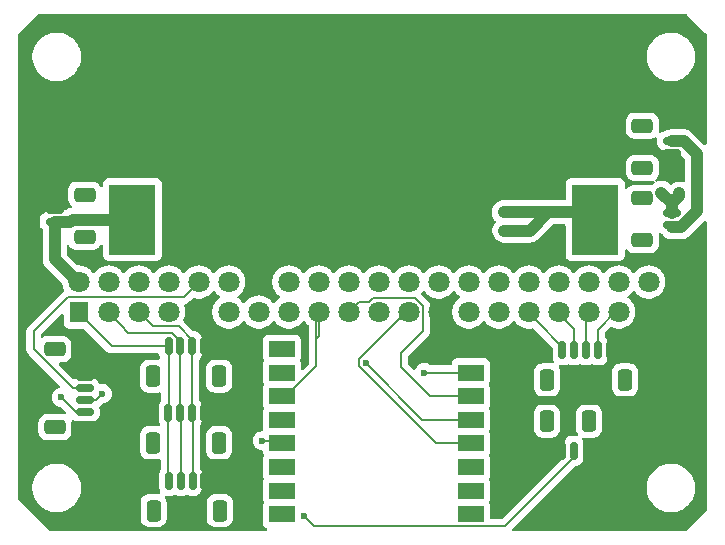
<source format=gbr>
%TF.GenerationSoftware,KiCad,Pcbnew,9.0.2*%
%TF.CreationDate,2025-09-10T19:31:46+05:30*%
%TF.ProjectId,ProDoc_Board1_2025-09-03,50726f44-6f63-45f4-926f-617264315f32,rev?*%
%TF.SameCoordinates,Original*%
%TF.FileFunction,Copper,L1,Top*%
%TF.FilePolarity,Positive*%
%FSLAX46Y46*%
G04 Gerber Fmt 4.6, Leading zero omitted, Abs format (unit mm)*
G04 Created by KiCad (PCBNEW 9.0.2) date 2025-09-10 19:31:46*
%MOMM*%
%LPD*%
G01*
G04 APERTURE LIST*
G04 Aperture macros list*
%AMRoundRect*
0 Rectangle with rounded corners*
0 $1 Rounding radius*
0 $2 $3 $4 $5 $6 $7 $8 $9 X,Y pos of 4 corners*
0 Add a 4 corners polygon primitive as box body*
4,1,4,$2,$3,$4,$5,$6,$7,$8,$9,$2,$3,0*
0 Add four circle primitives for the rounded corners*
1,1,$1+$1,$2,$3*
1,1,$1+$1,$4,$5*
1,1,$1+$1,$6,$7*
1,1,$1+$1,$8,$9*
0 Add four rect primitives between the rounded corners*
20,1,$1+$1,$2,$3,$4,$5,0*
20,1,$1+$1,$4,$5,$6,$7,0*
20,1,$1+$1,$6,$7,$8,$9,0*
20,1,$1+$1,$8,$9,$2,$3,0*%
G04 Aperture macros list end*
%TA.AperFunction,SMDPad,CuDef*%
%ADD10R,4.000000X6.000000*%
%TD*%
%TA.AperFunction,SMDPad,CuDef*%
%ADD11RoundRect,0.150000X0.150000X0.625000X-0.150000X0.625000X-0.150000X-0.625000X0.150000X-0.625000X0*%
%TD*%
%TA.AperFunction,SMDPad,CuDef*%
%ADD12RoundRect,0.250000X0.350000X0.650000X-0.350000X0.650000X-0.350000X-0.650000X0.350000X-0.650000X0*%
%TD*%
%TA.AperFunction,SMDPad,CuDef*%
%ADD13RoundRect,0.150000X0.625000X-0.150000X0.625000X0.150000X-0.625000X0.150000X-0.625000X-0.150000X0*%
%TD*%
%TA.AperFunction,SMDPad,CuDef*%
%ADD14RoundRect,0.250000X0.650000X-0.350000X0.650000X0.350000X-0.650000X0.350000X-0.650000X-0.350000X0*%
%TD*%
%TA.AperFunction,ComponentPad*%
%ADD15R,1.575000X1.800000*%
%TD*%
%TA.AperFunction,ComponentPad*%
%ADD16C,1.800000*%
%TD*%
%TA.AperFunction,SMDPad,CuDef*%
%ADD17RoundRect,0.150000X-0.150000X-0.625000X0.150000X-0.625000X0.150000X0.625000X-0.150000X0.625000X0*%
%TD*%
%TA.AperFunction,SMDPad,CuDef*%
%ADD18RoundRect,0.250000X-0.350000X-0.650000X0.350000X-0.650000X0.350000X0.650000X-0.350000X0.650000X0*%
%TD*%
%TA.AperFunction,SMDPad,CuDef*%
%ADD19RoundRect,0.250000X-0.650000X0.350000X-0.650000X-0.350000X0.650000X-0.350000X0.650000X0.350000X0*%
%TD*%
%TA.AperFunction,SMDPad,CuDef*%
%ADD20RoundRect,0.150000X-0.625000X0.150000X-0.625000X-0.150000X0.625000X-0.150000X0.625000X0.150000X0*%
%TD*%
%TA.AperFunction,SMDPad,CuDef*%
%ADD21R,2.200000X1.400000*%
%TD*%
%TA.AperFunction,ViaPad*%
%ADD22C,0.600000*%
%TD*%
%TA.AperFunction,ViaPad*%
%ADD23C,1.000000*%
%TD*%
%TA.AperFunction,Conductor*%
%ADD24C,0.200000*%
%TD*%
%TA.AperFunction,Conductor*%
%ADD25C,1.000000*%
%TD*%
G04 APERTURE END LIST*
D10*
%TO.P,U4,4,OUT-*%
%TO.N,GND*%
X132655000Y-79090000D03*
%TO.P,U4,3,OUT+*%
%TO.N,Net-(U4-OUT+)*%
X132655000Y-93490000D03*
%TO.P,U4,2,IN-*%
%TO.N,GND*%
X171825000Y-79090000D03*
%TO.P,U4,1,IN+*%
%TO.N,Net-(D2-K)*%
X171825000Y-93490000D03*
%TD*%
D11*
%TO.P,CN4,1,1*%
%TO.N,GND*%
X138740000Y-115600000D03*
%TO.P,CN4,2,2*%
%TO.N,Net-(CN2-Pad2)*%
X137740000Y-115600000D03*
%TO.P,CN4,3,3*%
%TO.N,Net-(CN2-Pad3)*%
X136740000Y-115600000D03*
%TO.P,CN4,4,4*%
%TO.N,Net-(CN2-Pad4)*%
X135740000Y-115600000D03*
D12*
%TO.P,CN4,MP*%
%TO.N,N/C*%
X140040000Y-118125000D03*
X134440000Y-118125000D03*
%TD*%
D11*
%TO.P,CN2,1,1*%
%TO.N,GND*%
X138710000Y-104210000D03*
%TO.P,CN2,2,2*%
%TO.N,Net-(CN2-Pad2)*%
X137710000Y-104210000D03*
%TO.P,CN2,3,3*%
%TO.N,Net-(CN2-Pad3)*%
X136710000Y-104210000D03*
%TO.P,CN2,4,4*%
%TO.N,Net-(CN2-Pad4)*%
X135710000Y-104210000D03*
D12*
%TO.P,CN2,MP*%
%TO.N,N/C*%
X140010000Y-106735000D03*
X134410000Y-106735000D03*
%TD*%
D13*
%TO.P,J1,1,Pin_1*%
%TO.N,Net-(J1-Pin_1)*%
X128615000Y-109775000D03*
%TO.P,J1,2,Pin_2*%
%TO.N,Net-(J1-Pin_2)*%
X128615000Y-108775000D03*
%TO.P,J1,3,Pin_3*%
%TO.N,Net-(J1-Pin_3)*%
X128615000Y-107775000D03*
%TO.P,J1,4,Pin_4*%
%TO.N,GND*%
X128615000Y-106775000D03*
%TO.P,J1,5,Pin_5*%
X128615000Y-105775000D03*
D14*
%TO.P,J1,MP*%
%TO.N,N/C*%
X126090000Y-111075000D03*
X126090000Y-104475000D03*
%TD*%
%TO.P,CN10,MP*%
%TO.N,N/C*%
X175817400Y-85530000D03*
X175817400Y-89130000D03*
D13*
%TO.P,CN10,2,2*%
%TO.N,Net-(CN10-Pad2)*%
X178342400Y-86830000D03*
%TO.P,CN10,1,1*%
%TO.N,GND*%
X178342400Y-87830000D03*
%TD*%
D15*
%TO.P,H1,1,1*%
%TO.N,Net-(CN2-Pad4)*%
X128110000Y-101310000D03*
D16*
%TO.P,H1,2,2*%
%TO.N,Net-(U4-OUT+)*%
X128110000Y-98770000D03*
%TO.P,H1,3,3*%
%TO.N,Net-(CN2-Pad3)*%
X130650000Y-101310000D03*
%TO.P,H1,4,4*%
%TO.N,Net-(J1-Pin_1)*%
X130650000Y-98770000D03*
%TO.P,H1,5,5*%
%TO.N,Net-(CN2-Pad2)*%
X133190000Y-101310000D03*
%TO.P,H1,6,6*%
%TO.N,unconnected-(H1-Pad6)*%
X133190000Y-98770000D03*
%TO.P,H1,7,7*%
%TO.N,unconnected-(H1-Pad7)*%
X135730000Y-101310000D03*
%TO.P,H1,8,8*%
%TO.N,Net-(J1-Pin_2)*%
X135730000Y-98770000D03*
%TO.P,H1,9,9*%
%TO.N,GND*%
X138270000Y-101310000D03*
%TO.P,H1,10,10*%
%TO.N,Net-(J1-Pin_3)*%
X138270000Y-98770000D03*
%TO.P,H1,11,11*%
%TO.N,Net-(CN8-Pad2)*%
X140810000Y-101310000D03*
%TO.P,H1,12,12*%
%TO.N,unconnected-(H1-Pad12)*%
X140810000Y-98770000D03*
%TO.P,H1,13,13*%
%TO.N,unconnected-(H1-Pad13)*%
X143350000Y-101310000D03*
%TO.P,H1,14,14*%
%TO.N,GND*%
X143350000Y-98770000D03*
%TO.P,H1,15,15*%
%TO.N,Net-(U3-DIO0)*%
X145890000Y-101310000D03*
%TO.P,H1,16,16*%
%TO.N,unconnected-(H1-Pad16)*%
X145890000Y-98770000D03*
%TO.P,H1,17,17*%
%TO.N,Net-(U3-3.3V)*%
X148430000Y-101310000D03*
%TO.P,H1,18,18*%
%TO.N,unconnected-(H1-Pad18)*%
X148430000Y-98770000D03*
%TO.P,H1,19,19*%
%TO.N,Net-(U3-MOSI)*%
X150970000Y-101310000D03*
%TO.P,H1,20,20*%
%TO.N,unconnected-(H1-Pad20)*%
X150970000Y-98770000D03*
%TO.P,H1,21,21*%
%TO.N,Net-(U3-MISO)*%
X153510000Y-101310000D03*
%TO.P,H1,22,22*%
%TO.N,unconnected-(H1-Pad22)*%
X153510000Y-98770000D03*
%TO.P,H1,23,23*%
%TO.N,Net-(U3-SCK)*%
X156050000Y-101310000D03*
%TO.P,H1,24,24*%
%TO.N,Net-(U3-NSS)*%
X156050000Y-98770000D03*
%TO.P,H1,25,25*%
%TO.N,GND*%
X158590000Y-101310000D03*
%TO.P,H1,26,26*%
%TO.N,unconnected-(H1-Pad26)*%
X158590000Y-98770000D03*
%TO.P,H1,27,27*%
%TO.N,unconnected-(H1-Pad27)*%
X161130000Y-101310000D03*
%TO.P,H1,28,28*%
%TO.N,unconnected-(H1-Pad28)*%
X161130000Y-98770000D03*
%TO.P,H1,29,29*%
%TO.N,unconnected-(H1-Pad29)*%
X163670000Y-101310000D03*
%TO.P,H1,30,30*%
%TO.N,unconnected-(H1-Pad30)*%
X163670000Y-98770000D03*
%TO.P,H1,31,31*%
%TO.N,Net-(CN7-Pad5)*%
X166210000Y-101310000D03*
%TO.P,H1,32,32*%
%TO.N,unconnected-(H1-Pad32)*%
X166210000Y-98770000D03*
%TO.P,H1,33,33*%
%TO.N,Net-(CN7-Pad4)*%
X168750000Y-101310000D03*
%TO.P,H1,34,34*%
%TO.N,unconnected-(H1-Pad34)*%
X168750000Y-98770000D03*
%TO.P,H1,35,35*%
%TO.N,Net-(CN7-Pad3)*%
X171290000Y-101310000D03*
%TO.P,H1,36,36*%
%TO.N,unconnected-(H1-Pad36)*%
X171290000Y-98770000D03*
%TO.P,H1,37,37*%
%TO.N,Net-(CN7-Pad2)*%
X173830000Y-101310000D03*
%TO.P,H1,38,38*%
%TO.N,unconnected-(H1-Pad38)*%
X173830000Y-98770000D03*
%TO.P,H1,39,39*%
%TO.N,GND*%
X176370000Y-101310000D03*
%TO.P,H1,40,40*%
%TO.N,unconnected-(H1-Pad40)*%
X176370000Y-98770000D03*
%TD*%
D11*
%TO.P,CN7,1,1*%
%TO.N,GND*%
X173050000Y-104540000D03*
%TO.P,CN7,2,2*%
%TO.N,Net-(CN7-Pad2)*%
X172050000Y-104540000D03*
%TO.P,CN7,3,3*%
%TO.N,Net-(CN7-Pad3)*%
X171050000Y-104540000D03*
%TO.P,CN7,4,4*%
%TO.N,Net-(CN7-Pad4)*%
X170050000Y-104540000D03*
%TO.P,CN7,5,5*%
%TO.N,Net-(CN7-Pad5)*%
X169050000Y-104540000D03*
D12*
%TO.P,CN7,MP*%
%TO.N,N/C*%
X174350000Y-107065000D03*
X167750000Y-107065000D03*
%TD*%
D17*
%TO.P,CN8,1,1*%
%TO.N,GND*%
X169030000Y-113070000D03*
%TO.P,CN8,2,2*%
%TO.N,Net-(CN8-Pad2)*%
X170030000Y-113070000D03*
D18*
%TO.P,CN8,MP*%
%TO.N,N/C*%
X167730000Y-110545000D03*
X171330000Y-110545000D03*
%TD*%
D11*
%TO.P,CN3,1,1*%
%TO.N,GND*%
X138700000Y-109870000D03*
%TO.P,CN3,2,2*%
%TO.N,Net-(CN2-Pad2)*%
X137700000Y-109870000D03*
%TO.P,CN3,3,3*%
%TO.N,Net-(CN2-Pad3)*%
X136700000Y-109870000D03*
%TO.P,CN3,4,4*%
%TO.N,Net-(CN2-Pad4)*%
X135700000Y-109870000D03*
D12*
%TO.P,CN3,MP*%
%TO.N,N/C*%
X140000000Y-112395000D03*
X134400000Y-112395000D03*
%TD*%
D19*
%TO.P,CN9,MP*%
%TO.N,N/C*%
X128600000Y-94965000D03*
X128600000Y-91365000D03*
D20*
%TO.P,CN9,2,2*%
%TO.N,Net-(U4-OUT+)*%
X126075000Y-93665000D03*
%TO.P,CN9,1,1*%
%TO.N,GND*%
X126075000Y-92665000D03*
%TD*%
D21*
%TO.P,U3,1,GND*%
%TO.N,unconnected-(U3-GND-Pad1)*%
X145290000Y-104440000D03*
%TO.P,U3,2,GND*%
%TO.N,unconnected-(U3-GND-Pad2)*%
X145290000Y-106440000D03*
%TO.P,U3,3,3.3V*%
%TO.N,Net-(U3-3.3V)*%
X145290000Y-108440000D03*
%TO.P,U3,4,RESET*%
%TO.N,unconnected-(U3-RESET-Pad4)*%
X145290000Y-110440000D03*
%TO.P,U3,5,DIO0*%
%TO.N,Net-(U3-DIO0)*%
X145290000Y-112440000D03*
%TO.P,U3,6,DIO1*%
%TO.N,unconnected-(U3-DIO1-Pad6)*%
X145290000Y-114440000D03*
%TO.P,U3,7,DIO2*%
%TO.N,unconnected-(U3-DIO2-Pad7)*%
X145290000Y-116440000D03*
%TO.P,U3,8,DIO3*%
%TO.N,unconnected-(U3-DIO3-Pad8)*%
X145290000Y-118440000D03*
%TO.P,U3,9,GND*%
%TO.N,unconnected-(U3-GND-Pad9)*%
X161290000Y-118440000D03*
%TO.P,U3,10,DIO4*%
%TO.N,unconnected-(U3-DIO4-Pad10)*%
X161290000Y-116440000D03*
%TO.P,U3,11,DIO5*%
%TO.N,unconnected-(U3-DIO5-Pad11)*%
X161290000Y-114440000D03*
%TO.P,U3,12,SCK*%
%TO.N,Net-(U3-SCK)*%
X161290000Y-112440000D03*
%TO.P,U3,13,MISO*%
%TO.N,Net-(U3-MISO)*%
X161290000Y-110440000D03*
%TO.P,U3,14,MOSI*%
%TO.N,Net-(U3-MOSI)*%
X161290000Y-108440000D03*
%TO.P,U3,15,NSS*%
%TO.N,Net-(U3-NSS)*%
X161290000Y-106441500D03*
%TO.P,U3,16,GND*%
%TO.N,GND*%
X161290000Y-104440000D03*
%TD*%
D14*
%TO.P,CN11,MP*%
%TO.N,N/C*%
X175805000Y-91640000D03*
X175805000Y-95240000D03*
D13*
%TO.P,CN11,2,2*%
%TO.N,Net-(D2-A)*%
X178330000Y-92940000D03*
%TO.P,CN11,1,1*%
%TO.N,Net-(CN10-Pad2)*%
X178330000Y-93940000D03*
%TD*%
D22*
%TO.N,Net-(U3-MISO)*%
X152393000Y-105644000D03*
%TO.N,Net-(U3-DIO0)*%
X143660000Y-112208000D03*
%TO.N,Net-(U3-NSS)*%
X157347000Y-106442000D03*
D23*
%TO.N,Net-(D2-K)*%
X164130000Y-94430000D03*
X164080000Y-92870000D03*
D22*
%TO.N,Net-(J1-Pin_2)*%
X130112000Y-108215000D03*
D23*
%TO.N,Net-(D2-A)*%
X178950000Y-91270000D03*
X177440000Y-91200000D03*
D22*
%TO.N,Net-(CN8-Pad2)*%
X147165200Y-118541800D03*
%TO.N,Net-(J1-Pin_1)*%
X126610000Y-108540000D03*
%TO.N,GND*%
X130170000Y-105800000D03*
%TD*%
D24*
%TO.N,Net-(U3-MOSI)*%
X157251700Y-102944300D02*
X157188300Y-103007700D01*
X157251700Y-100804800D02*
X157251700Y-102944300D01*
X156536900Y-100090000D02*
X157251700Y-100804800D01*
X152988000Y-100090000D02*
X156536900Y-100090000D01*
X151839800Y-100440200D02*
X152637800Y-100440200D01*
X152637800Y-100440200D02*
X152988000Y-100090000D01*
X150970000Y-101310000D02*
X151839800Y-100440200D01*
%TO.N,Net-(U3-3.3V)*%
X145692000Y-108440000D02*
X145290000Y-108440000D01*
X148230000Y-105902000D02*
X145692000Y-108440000D01*
X148870000Y-101270000D02*
X148730000Y-101270000D01*
X148230000Y-101240000D02*
X148230000Y-103571000D01*
X148230000Y-103571000D02*
X148230000Y-105902000D01*
X148430000Y-103371000D02*
X148430000Y-101310000D01*
X148230000Y-103571000D02*
X148430000Y-103371000D01*
X148690000Y-101310000D02*
X148730000Y-101270000D01*
X148430000Y-101310000D02*
X148690000Y-101310000D01*
%TO.N,Net-(CN2-Pad4)*%
X135710000Y-109860000D02*
X135700000Y-109870000D01*
X135710000Y-104210000D02*
X135710000Y-109860000D01*
X130880000Y-104210000D02*
X135710000Y-104210000D01*
X135700000Y-115560000D02*
X135740000Y-115600000D01*
X135700000Y-109870000D02*
X135700000Y-115560000D01*
X128110000Y-101440000D02*
X128110000Y-101310000D01*
X128780000Y-102110000D02*
X128110000Y-101440000D01*
X127910000Y-101240000D02*
X128780000Y-102110000D01*
X128780000Y-102110000D02*
X130880000Y-104210000D01*
%TO.N,Net-(U3-MISO)*%
X157189000Y-110440000D02*
X152393000Y-105644000D01*
X161290000Y-110440000D02*
X157189000Y-110440000D01*
%TO.N,Net-(U3-SCK)*%
X158339000Y-112440000D02*
X161290000Y-112440000D01*
X151792000Y-105893000D02*
X158339000Y-112440000D01*
X151792000Y-105298000D02*
X151792000Y-105893000D01*
X155450000Y-101910000D02*
X156050000Y-101310000D01*
X155180000Y-101910000D02*
X155450000Y-101910000D01*
X155850000Y-101240000D02*
X155180000Y-101910000D01*
X155180000Y-101910000D02*
X151792000Y-105298000D01*
%TO.N,Net-(U3-DIO0)*%
X145058000Y-112208000D02*
X145290000Y-112440000D01*
X143660000Y-112208000D02*
X145058000Y-112208000D01*
%TO.N,Net-(U3-NSS)*%
X159888000Y-106442000D02*
X157347000Y-106442000D01*
X161289500Y-106442000D02*
X161290000Y-106441500D01*
X160589000Y-106442000D02*
X161289500Y-106442000D01*
X161290000Y-106442000D02*
X160589000Y-106442000D01*
X160589000Y-106442000D02*
X159888000Y-106442000D01*
X161290000Y-106442000D02*
X160589000Y-106442000D01*
X160589000Y-106442000D02*
X159888000Y-106442000D01*
%TO.N,Net-(U3-MOSI)*%
X155375000Y-105975000D02*
X157840000Y-108440000D01*
X155375000Y-104821000D02*
X155375000Y-105975000D01*
X157840000Y-108440000D02*
X161290000Y-108440000D01*
X157121800Y-103074200D02*
X155375000Y-104821000D01*
X157188300Y-103007700D02*
X157121800Y-103074200D01*
X157188300Y-103007700D02*
X157188200Y-103007700D01*
D25*
%TO.N,Net-(D2-K)*%
X164130000Y-94430000D02*
X166300000Y-94430000D01*
X167860000Y-92870000D02*
X171130000Y-92870000D01*
X166300000Y-94430000D02*
X167860000Y-92870000D01*
X164080000Y-92870000D02*
X167860000Y-92870000D01*
X171130000Y-92870000D02*
X171750000Y-93490000D01*
D24*
X171825000Y-93490000D02*
X171750000Y-93490000D01*
%TO.N,Net-(J1-Pin_2)*%
X129902000Y-108425000D02*
X130112000Y-108215000D01*
X129552000Y-108775000D02*
X129902000Y-108425000D01*
X128615000Y-108775000D02*
X129552000Y-108775000D01*
%TO.N,Net-(J1-Pin_3)*%
X127604000Y-107775000D02*
X124280000Y-104451000D01*
X128615000Y-107775000D02*
X127604000Y-107775000D01*
X124280000Y-104451000D02*
X124280000Y-103177000D01*
X124280000Y-103177000D02*
X124280000Y-102949900D01*
X137000000Y-100040000D02*
X138270000Y-98770000D01*
X127189900Y-100040000D02*
X137000000Y-100040000D01*
X124280000Y-102949900D02*
X127189900Y-100040000D01*
D25*
%TO.N,Net-(D2-A)*%
X178950000Y-91470000D02*
X178950000Y-91270000D01*
X178330000Y-92090000D02*
X178950000Y-91470000D01*
X178330000Y-92940000D02*
X178330000Y-92090000D01*
X178330000Y-92090000D02*
X177440000Y-91200000D01*
D24*
%TO.N,Net-(CN10-Pad2)*%
X178342000Y-86830000D02*
X178759000Y-86830000D01*
D25*
X178759000Y-86830000D02*
X178342400Y-86830000D01*
X178342400Y-86830000D02*
X178342000Y-86830000D01*
D24*
X178531000Y-94141000D02*
X178330000Y-93940000D01*
X178721000Y-94141000D02*
X178531000Y-94141000D01*
D25*
X178330000Y-94141000D02*
X178721000Y-94141000D01*
X179325000Y-86830000D02*
X178759000Y-86830000D01*
X180450000Y-87954900D02*
X179325000Y-86830000D01*
X180450000Y-92802700D02*
X180450000Y-87954900D01*
X179112000Y-94141000D02*
X180450000Y-92802700D01*
X178721000Y-94141000D02*
X179112000Y-94141000D01*
%TO.N,Net-(U4-OUT+)*%
X126075000Y-96845000D02*
X128000000Y-98770000D01*
X126075000Y-93665000D02*
X126075000Y-96845000D01*
X127580000Y-93490000D02*
X127404000Y-93666000D01*
X132580000Y-93490000D02*
X127580000Y-93490000D01*
D24*
X128110000Y-98770000D02*
X128000000Y-98770000D01*
X126076000Y-93666000D02*
X126075000Y-93665000D01*
X126739500Y-93666000D02*
X126076000Y-93666000D01*
D25*
X127404000Y-93666000D02*
X126739500Y-93666000D01*
X126739500Y-93666000D02*
X126075000Y-93666000D01*
D24*
X132655000Y-93490000D02*
X132580000Y-93490000D01*
%TO.N,Net-(CN8-Pad2)*%
X170030000Y-113601900D02*
X170030000Y-113070000D01*
X164190200Y-119441700D02*
X170030000Y-113601900D01*
X148065100Y-119441700D02*
X164190200Y-119441700D01*
X147165200Y-118541800D02*
X148065100Y-119441700D01*
%TO.N,Net-(CN7-Pad2)*%
X172050000Y-102820000D02*
X172050000Y-104540000D01*
X173630000Y-101240000D02*
X172050000Y-102820000D01*
X173700000Y-101310000D02*
X173630000Y-101240000D01*
X173830000Y-101310000D02*
X173700000Y-101310000D01*
%TO.N,Net-(CN7-Pad3)*%
X171090000Y-104500000D02*
X171050000Y-104540000D01*
X171090000Y-101510000D02*
X171290000Y-101310000D01*
X171090000Y-102368600D02*
X171090000Y-101510000D01*
X171090000Y-101240000D02*
X171090000Y-102368600D01*
X171090000Y-102368600D02*
X171090000Y-104500000D01*
%TO.N,Net-(CN7-Pad5)*%
X169050000Y-104280000D02*
X169050000Y-104540000D01*
X166210000Y-101440000D02*
X166210000Y-101310000D01*
X166880000Y-102110000D02*
X166210000Y-101440000D01*
X166010000Y-101240000D02*
X166880000Y-102110000D01*
X166880000Y-102110000D02*
X169050000Y-104280000D01*
%TO.N,Net-(CN7-Pad4)*%
X170050000Y-102740000D02*
X170050000Y-104540000D01*
X168750000Y-101440000D02*
X168750000Y-101310000D01*
X169300000Y-101990000D02*
X168750000Y-101440000D01*
X168550000Y-101240000D02*
X169300000Y-101990000D01*
X169300000Y-101990000D02*
X170050000Y-102740000D01*
%TO.N,Net-(CN2-Pad3)*%
X136710000Y-109870000D02*
X136740000Y-109900000D01*
X136700000Y-109870000D02*
X136710000Y-109870000D01*
X136740000Y-109900000D02*
X136740000Y-115600000D01*
X130650000Y-101440000D02*
X130650000Y-101310000D01*
X131050500Y-101840500D02*
X130650000Y-101440000D01*
X131651000Y-102441000D02*
X131050500Y-101840500D01*
X131050500Y-101840500D02*
X130450000Y-101240000D01*
X136710000Y-109870000D02*
X136710000Y-106970300D01*
X136710000Y-106970300D02*
X136710000Y-105590100D01*
X136710000Y-105590100D02*
X136710000Y-104210000D01*
X132292800Y-103082800D02*
X131651000Y-102441000D01*
X136029000Y-103082800D02*
X132292800Y-103082800D01*
X136710000Y-103763800D02*
X136029000Y-103082800D01*
X136710000Y-104210000D02*
X136710000Y-103763800D01*
%TO.N,Net-(CN2-Pad2)*%
X137740000Y-109900000D02*
X137740000Y-115600000D01*
X137710000Y-109870000D02*
X137740000Y-109900000D01*
X137700000Y-109870000D02*
X137710000Y-109870000D01*
X137710000Y-109870000D02*
X137710000Y-104210000D01*
X137710000Y-104210000D02*
X137710000Y-103876300D01*
X137710000Y-104210000D02*
X137710000Y-103876300D01*
X137710000Y-103876300D02*
X137710000Y-103793000D01*
X137710000Y-103876300D02*
X137710000Y-103793000D01*
X137710000Y-103793000D02*
X137710000Y-103672000D01*
X134406800Y-102526800D02*
X133190000Y-101310000D01*
X136564800Y-102526800D02*
X134406800Y-102526800D01*
X137710000Y-103672000D02*
X136564800Y-102526800D01*
%TO.N,Net-(J1-Pin_1)*%
X127845000Y-109775000D02*
X126610000Y-108540000D01*
X128615000Y-109775000D02*
X127845000Y-109775000D01*
%TD*%
%TA.AperFunction,Conductor*%
%TO.N,GND*%
G36*
X179605677Y-76109685D02*
G01*
X179626319Y-76126319D01*
X181170000Y-77670000D01*
X181183452Y-77675572D01*
X181237856Y-77719413D01*
X181259921Y-77785707D01*
X181260000Y-77790133D01*
X181260000Y-87050627D01*
X181240315Y-87117666D01*
X181187511Y-87163421D01*
X181118353Y-87173365D01*
X181054797Y-87144340D01*
X181048323Y-87138312D01*
X180030480Y-86120559D01*
X180030479Y-86120558D01*
X179962782Y-86052861D01*
X179962766Y-86052850D01*
X179962748Y-86052832D01*
X179884005Y-86000223D01*
X179883929Y-86000173D01*
X179798912Y-85943366D01*
X179798890Y-85943354D01*
X179713920Y-85908162D01*
X179713920Y-85908160D01*
X179713916Y-85908160D01*
X179616831Y-85867947D01*
X179616798Y-85867936D01*
X179512339Y-85847162D01*
X179512335Y-85847161D01*
X179423541Y-85829498D01*
X179423504Y-85829495D01*
X179423496Y-85829495D01*
X179326172Y-85829499D01*
X179314006Y-85829500D01*
X178243457Y-85829500D01*
X178050170Y-85867947D01*
X178050160Y-85867950D01*
X177868088Y-85943366D01*
X177770456Y-86008602D01*
X177703778Y-86029480D01*
X177701565Y-86029500D01*
X177651698Y-86029500D01*
X177614832Y-86032401D01*
X177614826Y-86032402D01*
X177457006Y-86078254D01*
X177457005Y-86078254D01*
X177397850Y-86113238D01*
X177330126Y-86130419D01*
X177263863Y-86108259D01*
X177220101Y-86053793D01*
X177211372Y-85993903D01*
X177217900Y-85930009D01*
X177217899Y-85129992D01*
X177207399Y-85027203D01*
X177152214Y-84860666D01*
X177060112Y-84711344D01*
X176936056Y-84587288D01*
X176786734Y-84495186D01*
X176620197Y-84440001D01*
X176620195Y-84440000D01*
X176517410Y-84429500D01*
X175117398Y-84429500D01*
X175117381Y-84429501D01*
X175014603Y-84440000D01*
X175014600Y-84440001D01*
X174848068Y-84495185D01*
X174848063Y-84495187D01*
X174698742Y-84587289D01*
X174574689Y-84711342D01*
X174482587Y-84860663D01*
X174482586Y-84860666D01*
X174427401Y-85027203D01*
X174427401Y-85027204D01*
X174427400Y-85027204D01*
X174416900Y-85129983D01*
X174416900Y-85930001D01*
X174416901Y-85930019D01*
X174427400Y-86032796D01*
X174427401Y-86032799D01*
X174459750Y-86130419D01*
X174482586Y-86199334D01*
X174574688Y-86348656D01*
X174698744Y-86472712D01*
X174848066Y-86564814D01*
X175014603Y-86619999D01*
X175117391Y-86630500D01*
X176517408Y-86630499D01*
X176620197Y-86619999D01*
X176786734Y-86564814D01*
X176877804Y-86508641D01*
X176945196Y-86490202D01*
X177011859Y-86511125D01*
X177056629Y-86564767D01*
X177066900Y-86614181D01*
X177066900Y-87045701D01*
X177069801Y-87082567D01*
X177069802Y-87082573D01*
X177115654Y-87240393D01*
X177115655Y-87240396D01*
X177199317Y-87381862D01*
X177199323Y-87381870D01*
X177315529Y-87498076D01*
X177315533Y-87498079D01*
X177315535Y-87498081D01*
X177457002Y-87581744D01*
X177498624Y-87593836D01*
X177614826Y-87627597D01*
X177614829Y-87627597D01*
X177614831Y-87627598D01*
X177651706Y-87630500D01*
X177701565Y-87630500D01*
X177768604Y-87650185D01*
X177770456Y-87651398D01*
X177868086Y-87716632D01*
X178050165Y-87792051D01*
X178050169Y-87792051D01*
X178050170Y-87792052D01*
X178243456Y-87830500D01*
X178243459Y-87830500D01*
X178243859Y-87830500D01*
X178660459Y-87830500D01*
X178859246Y-87830500D01*
X178926285Y-87850185D01*
X178946923Y-87866815D01*
X179267426Y-88187289D01*
X179413177Y-88333026D01*
X179446665Y-88394347D01*
X179449500Y-88420711D01*
X179449500Y-90208387D01*
X179429815Y-90275426D01*
X179377011Y-90321181D01*
X179307853Y-90331125D01*
X179278049Y-90322949D01*
X179254925Y-90313371D01*
X179241835Y-90307949D01*
X179241833Y-90307948D01*
X179241829Y-90307947D01*
X179048543Y-90269500D01*
X179048541Y-90269500D01*
X178851459Y-90269500D01*
X178851457Y-90269500D01*
X178658170Y-90307947D01*
X178658160Y-90307950D01*
X178476092Y-90383364D01*
X178476079Y-90383371D01*
X178312223Y-90492857D01*
X178308780Y-90495683D01*
X178244470Y-90522996D01*
X178175602Y-90511205D01*
X178142433Y-90487511D01*
X178077785Y-90422863D01*
X178077781Y-90422860D01*
X177913920Y-90313371D01*
X177913911Y-90313366D01*
X177841315Y-90283296D01*
X177785165Y-90260038D01*
X177731836Y-90237949D01*
X177731832Y-90237948D01*
X177731828Y-90237946D01*
X177635188Y-90218724D01*
X177538544Y-90199500D01*
X177538541Y-90199500D01*
X177341459Y-90199500D01*
X177341455Y-90199500D01*
X177249437Y-90217803D01*
X177249424Y-90217806D01*
X177244812Y-90218724D01*
X177148164Y-90237949D01*
X177094834Y-90260038D01*
X177087932Y-90262896D01*
X177087928Y-90262898D01*
X177079929Y-90266212D01*
X177010459Y-90273678D01*
X176947981Y-90242401D01*
X176912331Y-90182311D01*
X176914827Y-90112486D01*
X176944795Y-90063972D01*
X177060112Y-89948656D01*
X177152214Y-89799334D01*
X177207399Y-89632797D01*
X177217900Y-89530009D01*
X177217899Y-88729992D01*
X177207399Y-88627203D01*
X177152214Y-88460666D01*
X177060112Y-88311344D01*
X176936056Y-88187288D01*
X176786734Y-88095186D01*
X176620197Y-88040001D01*
X176620195Y-88040000D01*
X176517410Y-88029500D01*
X175117398Y-88029500D01*
X175117381Y-88029501D01*
X175014603Y-88040000D01*
X175014600Y-88040001D01*
X174848068Y-88095185D01*
X174848063Y-88095187D01*
X174698742Y-88187289D01*
X174574689Y-88311342D01*
X174482587Y-88460663D01*
X174482586Y-88460666D01*
X174427401Y-88627203D01*
X174427401Y-88627204D01*
X174427400Y-88627204D01*
X174416900Y-88729983D01*
X174416900Y-89530001D01*
X174416901Y-89530019D01*
X174427400Y-89632796D01*
X174427401Y-89632799D01*
X174482585Y-89799331D01*
X174482586Y-89799334D01*
X174574688Y-89948656D01*
X174698744Y-90072712D01*
X174848066Y-90164814D01*
X175014603Y-90219999D01*
X175117391Y-90230500D01*
X176517408Y-90230499D01*
X176620197Y-90219999D01*
X176713969Y-90188925D01*
X176783796Y-90186524D01*
X176843838Y-90222255D01*
X176875031Y-90284776D01*
X176867471Y-90354235D01*
X176837125Y-90397705D01*
X176829964Y-90404321D01*
X176802218Y-90422861D01*
X176708794Y-90516284D01*
X176706978Y-90517963D01*
X176677780Y-90532440D01*
X176649182Y-90548056D01*
X176645918Y-90548239D01*
X176644381Y-90549002D01*
X176640348Y-90548553D01*
X176610223Y-90550248D01*
X176505011Y-90539500D01*
X175104998Y-90539500D01*
X175104981Y-90539501D01*
X175002203Y-90550000D01*
X175002200Y-90550001D01*
X174835668Y-90605185D01*
X174835663Y-90605187D01*
X174686342Y-90697289D01*
X174562288Y-90821343D01*
X174562285Y-90821347D01*
X174555036Y-90833100D01*
X174503087Y-90879824D01*
X174434124Y-90891044D01*
X174370043Y-90863199D01*
X174331188Y-90805130D01*
X174325499Y-90768001D01*
X174325499Y-90442129D01*
X174325498Y-90442123D01*
X174325497Y-90442116D01*
X174319183Y-90383371D01*
X174319091Y-90382516D01*
X174268797Y-90247671D01*
X174268793Y-90247664D01*
X174182547Y-90132455D01*
X174182544Y-90132452D01*
X174067335Y-90046206D01*
X174067328Y-90046202D01*
X173932482Y-89995908D01*
X173932483Y-89995908D01*
X173872883Y-89989501D01*
X173872881Y-89989500D01*
X173872873Y-89989500D01*
X173872864Y-89989500D01*
X169777129Y-89989500D01*
X169777123Y-89989501D01*
X169717516Y-89995908D01*
X169582671Y-90046202D01*
X169582664Y-90046206D01*
X169467455Y-90132452D01*
X169467452Y-90132455D01*
X169381206Y-90247664D01*
X169381202Y-90247671D01*
X169330908Y-90382517D01*
X169326571Y-90422861D01*
X169324501Y-90442123D01*
X169324500Y-90442135D01*
X169324500Y-91745500D01*
X169304815Y-91812539D01*
X169252011Y-91858294D01*
X169200500Y-91869500D01*
X163981457Y-91869500D01*
X163788170Y-91907947D01*
X163788160Y-91907950D01*
X163606092Y-91983364D01*
X163606079Y-91983371D01*
X163442218Y-92092860D01*
X163442214Y-92092863D01*
X163302863Y-92232214D01*
X163302860Y-92232218D01*
X163193371Y-92396079D01*
X163193364Y-92396092D01*
X163117950Y-92578160D01*
X163117947Y-92578170D01*
X163079500Y-92771456D01*
X163079500Y-92771459D01*
X163079500Y-92968541D01*
X163079500Y-92968543D01*
X163079499Y-92968543D01*
X163117947Y-93161829D01*
X163117950Y-93161839D01*
X163193364Y-93343907D01*
X163193371Y-93343920D01*
X163302860Y-93507781D01*
X163302863Y-93507785D01*
X163382397Y-93587319D01*
X163415882Y-93648642D01*
X163410898Y-93718334D01*
X163382399Y-93762680D01*
X163352858Y-93792221D01*
X163243371Y-93956079D01*
X163243364Y-93956092D01*
X163167950Y-94138160D01*
X163167947Y-94138170D01*
X163129500Y-94331456D01*
X163129500Y-94331459D01*
X163129500Y-94528541D01*
X163129500Y-94528543D01*
X163129499Y-94528543D01*
X163167947Y-94721829D01*
X163167950Y-94721839D01*
X163243364Y-94903907D01*
X163243371Y-94903920D01*
X163352860Y-95067781D01*
X163352863Y-95067785D01*
X163492214Y-95207136D01*
X163492218Y-95207139D01*
X163656079Y-95316628D01*
X163656092Y-95316635D01*
X163838160Y-95392049D01*
X163838165Y-95392051D01*
X163838169Y-95392051D01*
X163838170Y-95392052D01*
X164031456Y-95430500D01*
X164031459Y-95430500D01*
X166398542Y-95430500D01*
X166429566Y-95424328D01*
X166495188Y-95411275D01*
X166591836Y-95392051D01*
X166645165Y-95369961D01*
X166773914Y-95316632D01*
X166937782Y-95207139D01*
X167077139Y-95067782D01*
X167077140Y-95067779D01*
X167084206Y-95060714D01*
X167084208Y-95060710D01*
X168238101Y-93906819D01*
X168299424Y-93873334D01*
X168325782Y-93870500D01*
X169200501Y-93870500D01*
X169267540Y-93890185D01*
X169313295Y-93942989D01*
X169324501Y-93994500D01*
X169324501Y-96537876D01*
X169330908Y-96597483D01*
X169381202Y-96732328D01*
X169381206Y-96732335D01*
X169467452Y-96847544D01*
X169467455Y-96847547D01*
X169582664Y-96933793D01*
X169582671Y-96933797D01*
X169717517Y-96984091D01*
X169717516Y-96984091D01*
X169724444Y-96984835D01*
X169777127Y-96990500D01*
X173872872Y-96990499D01*
X173932483Y-96984091D01*
X174067331Y-96933796D01*
X174182546Y-96847546D01*
X174268796Y-96732331D01*
X174319091Y-96597483D01*
X174325500Y-96537873D01*
X174325499Y-96111995D01*
X174345183Y-96044960D01*
X174397987Y-95999205D01*
X174467146Y-95989261D01*
X174530702Y-96018286D01*
X174555036Y-96046900D01*
X174562285Y-96058652D01*
X174562288Y-96058656D01*
X174686344Y-96182712D01*
X174835666Y-96274814D01*
X175002203Y-96329999D01*
X175104991Y-96340500D01*
X176505008Y-96340499D01*
X176607797Y-96329999D01*
X176774334Y-96274814D01*
X176923656Y-96182712D01*
X177047712Y-96058656D01*
X177139814Y-95909334D01*
X177194999Y-95742797D01*
X177205500Y-95640009D01*
X177205499Y-94839992D01*
X177198971Y-94776093D01*
X177200521Y-94767753D01*
X177198392Y-94759539D01*
X177206811Y-94733919D01*
X177211740Y-94707404D01*
X177217555Y-94701223D01*
X177220205Y-94693162D01*
X177241137Y-94676161D01*
X177259620Y-94656519D01*
X177267853Y-94654463D01*
X177274441Y-94649114D01*
X177301244Y-94646129D01*
X177327410Y-94639598D01*
X177337256Y-94642118D01*
X177343882Y-94641381D01*
X177365235Y-94649282D01*
X177377412Y-94652400D01*
X177381512Y-94654432D01*
X177444602Y-94691744D01*
X177473973Y-94700276D01*
X177483862Y-94705180D01*
X177501742Y-94721701D01*
X177522259Y-94734804D01*
X177531882Y-94747384D01*
X177552862Y-94778784D01*
X177692214Y-94918136D01*
X177692218Y-94918139D01*
X177856079Y-95027628D01*
X177856092Y-95027635D01*
X178038088Y-95103019D01*
X178038165Y-95103051D01*
X178038169Y-95103051D01*
X178038170Y-95103052D01*
X178231456Y-95141500D01*
X178231459Y-95141500D01*
X178622459Y-95141500D01*
X179013517Y-95141500D01*
X179013572Y-95141511D01*
X179112112Y-95141500D01*
X179210541Y-95141500D01*
X179210551Y-95141497D01*
X179210634Y-95141489D01*
X179210652Y-95141489D01*
X179310736Y-95121569D01*
X179403835Y-95103051D01*
X179403842Y-95103047D01*
X179403862Y-95103044D01*
X179403930Y-95103024D01*
X179403940Y-95103019D01*
X179403944Y-95103019D01*
X179496982Y-95064467D01*
X179496995Y-95064465D01*
X179496994Y-95064462D01*
X179496995Y-95064462D01*
X179585914Y-95027632D01*
X179585914Y-95027631D01*
X179585955Y-95027615D01*
X179586005Y-95027581D01*
X179586014Y-95027578D01*
X179631286Y-94997320D01*
X179665695Y-94974324D01*
X179665705Y-94974317D01*
X179674990Y-94968112D01*
X179749782Y-94918139D01*
X179749798Y-94918122D01*
X179749850Y-94918079D01*
X179749868Y-94918068D01*
X179794518Y-94873407D01*
X179816808Y-94851113D01*
X179816817Y-94851103D01*
X179827935Y-94839985D01*
X179889139Y-94778782D01*
X179889140Y-94778779D01*
X179893584Y-94774336D01*
X179893741Y-94774161D01*
X181048309Y-93619334D01*
X181109628Y-93585843D01*
X181179321Y-93590819D01*
X181235259Y-93632684D01*
X181259683Y-93698146D01*
X181260000Y-93707006D01*
X181260000Y-118098638D01*
X181240315Y-118165677D01*
X181223681Y-118186319D01*
X179606319Y-119803681D01*
X179544996Y-119837166D01*
X179518638Y-119840000D01*
X164940496Y-119840000D01*
X164873457Y-119820315D01*
X164827702Y-119767511D01*
X164817758Y-119698353D01*
X164846783Y-119634797D01*
X164852815Y-119628319D01*
X168415534Y-116065601D01*
X176189504Y-116065601D01*
X176189504Y-116334396D01*
X176224586Y-116600879D01*
X176224587Y-116600884D01*
X176224588Y-116600890D01*
X176245393Y-116678535D01*
X176294156Y-116860523D01*
X176397015Y-117108849D01*
X176397023Y-117108865D01*
X176442639Y-117187873D01*
X176531417Y-117341640D01*
X176531419Y-117341643D01*
X176531420Y-117341644D01*
X176695046Y-117554887D01*
X176695052Y-117554894D01*
X176885108Y-117744950D01*
X176885114Y-117744955D01*
X177098363Y-117908586D01*
X177247972Y-117994963D01*
X177331137Y-118042979D01*
X177331153Y-118042987D01*
X177465508Y-118098638D01*
X177579478Y-118145846D01*
X177839113Y-118215415D01*
X178027323Y-118240192D01*
X178105606Y-118250499D01*
X178105607Y-118250499D01*
X178374402Y-118250499D01*
X178434909Y-118242533D01*
X178640895Y-118215415D01*
X178900530Y-118145846D01*
X179087461Y-118068416D01*
X179148854Y-118042987D01*
X179148857Y-118042985D01*
X179148863Y-118042983D01*
X179381645Y-117908586D01*
X179594894Y-117744955D01*
X179784960Y-117554889D01*
X179948591Y-117341640D01*
X180082988Y-117108858D01*
X180185851Y-116860525D01*
X180255420Y-116600890D01*
X180290504Y-116334396D01*
X180290504Y-116065602D01*
X180255420Y-115799108D01*
X180185851Y-115539473D01*
X180144648Y-115440000D01*
X180082992Y-115291148D01*
X180082984Y-115291132D01*
X180023361Y-115187864D01*
X179948591Y-115058358D01*
X179784960Y-114845109D01*
X179784955Y-114845103D01*
X179594899Y-114655047D01*
X179594892Y-114655041D01*
X179381649Y-114491415D01*
X179381648Y-114491414D01*
X179381645Y-114491412D01*
X179288836Y-114437829D01*
X179148870Y-114357018D01*
X179148854Y-114357010D01*
X178900528Y-114254151D01*
X178770712Y-114219367D01*
X178640895Y-114184583D01*
X178640889Y-114184582D01*
X178640884Y-114184581D01*
X178374402Y-114149499D01*
X178374401Y-114149499D01*
X178105607Y-114149499D01*
X178105606Y-114149499D01*
X177839123Y-114184581D01*
X177839116Y-114184582D01*
X177839113Y-114184583D01*
X177784243Y-114199285D01*
X177579479Y-114254151D01*
X177331153Y-114357010D01*
X177331137Y-114357018D01*
X177098358Y-114491415D01*
X176885115Y-114655041D01*
X176885108Y-114655047D01*
X176695052Y-114845103D01*
X176695046Y-114845110D01*
X176531420Y-115058353D01*
X176397023Y-115291132D01*
X176397015Y-115291148D01*
X176294156Y-115539474D01*
X176224589Y-115799105D01*
X176224586Y-115799118D01*
X176189504Y-116065601D01*
X168415534Y-116065601D01*
X168507273Y-115973862D01*
X170099316Y-114381819D01*
X170160639Y-114348334D01*
X170186997Y-114345500D01*
X170245686Y-114345500D01*
X170245694Y-114345500D01*
X170282569Y-114342598D01*
X170282571Y-114342597D01*
X170282573Y-114342597D01*
X170324191Y-114330505D01*
X170440398Y-114296744D01*
X170581865Y-114213081D01*
X170698081Y-114096865D01*
X170781744Y-113955398D01*
X170827598Y-113797569D01*
X170830500Y-113760694D01*
X170830500Y-112379306D01*
X170827598Y-112342431D01*
X170781744Y-112184602D01*
X170746761Y-112125449D01*
X170729579Y-112057727D01*
X170751739Y-111991465D01*
X170806205Y-111947701D01*
X170866095Y-111938972D01*
X170929991Y-111945500D01*
X171730008Y-111945499D01*
X171730016Y-111945498D01*
X171730019Y-111945498D01*
X171786302Y-111939748D01*
X171832797Y-111934999D01*
X171999334Y-111879814D01*
X172148656Y-111787712D01*
X172272712Y-111663656D01*
X172364814Y-111514334D01*
X172419999Y-111347797D01*
X172430500Y-111245009D01*
X172430499Y-109844992D01*
X172419999Y-109742203D01*
X172364814Y-109575666D01*
X172272712Y-109426344D01*
X172148656Y-109302288D01*
X171999334Y-109210186D01*
X171832797Y-109155001D01*
X171832795Y-109155000D01*
X171730010Y-109144500D01*
X170929998Y-109144500D01*
X170929980Y-109144501D01*
X170827203Y-109155000D01*
X170827200Y-109155001D01*
X170660668Y-109210185D01*
X170660663Y-109210187D01*
X170511342Y-109302289D01*
X170387289Y-109426342D01*
X170295187Y-109575663D01*
X170295186Y-109575666D01*
X170240001Y-109742203D01*
X170240001Y-109742204D01*
X170240000Y-109742204D01*
X170229500Y-109844983D01*
X170229500Y-111245001D01*
X170229501Y-111245018D01*
X170240000Y-111347796D01*
X170240001Y-111347799D01*
X170282155Y-111475009D01*
X170295186Y-111514334D01*
X170351358Y-111605404D01*
X170369798Y-111672796D01*
X170348875Y-111739459D01*
X170295233Y-111784229D01*
X170245819Y-111794500D01*
X169814298Y-111794500D01*
X169777432Y-111797401D01*
X169777426Y-111797402D01*
X169619606Y-111843254D01*
X169619603Y-111843255D01*
X169478137Y-111926917D01*
X169478129Y-111926923D01*
X169361923Y-112043129D01*
X169361917Y-112043137D01*
X169278255Y-112184603D01*
X169278254Y-112184606D01*
X169232402Y-112342426D01*
X169232401Y-112342432D01*
X169229500Y-112379298D01*
X169229500Y-113501803D01*
X169209815Y-113568842D01*
X169193181Y-113589484D01*
X163977784Y-118804881D01*
X163916461Y-118838366D01*
X163890103Y-118841200D01*
X163014500Y-118841200D01*
X162947461Y-118821515D01*
X162901706Y-118768711D01*
X162890500Y-118717200D01*
X162890499Y-117692129D01*
X162890498Y-117692123D01*
X162890497Y-117692116D01*
X162884091Y-117632517D01*
X162833796Y-117497669D01*
X162833794Y-117497666D01*
X162830696Y-117489360D01*
X162832426Y-117488714D01*
X162819902Y-117431163D01*
X162831691Y-117391011D01*
X162830696Y-117390640D01*
X162833794Y-117382333D01*
X162833796Y-117382331D01*
X162884091Y-117247483D01*
X162890500Y-117187873D01*
X162890499Y-115692128D01*
X162884091Y-115632517D01*
X162833796Y-115497669D01*
X162833794Y-115497666D01*
X162830696Y-115489360D01*
X162832426Y-115488714D01*
X162819902Y-115431163D01*
X162831691Y-115391011D01*
X162830696Y-115390640D01*
X162833794Y-115382333D01*
X162833796Y-115382331D01*
X162884091Y-115247483D01*
X162890500Y-115187873D01*
X162890499Y-113692128D01*
X162884091Y-113632517D01*
X162833796Y-113497669D01*
X162833794Y-113497666D01*
X162830696Y-113489360D01*
X162832426Y-113488714D01*
X162819902Y-113431163D01*
X162831691Y-113391011D01*
X162830696Y-113390640D01*
X162833794Y-113382333D01*
X162833796Y-113382331D01*
X162884091Y-113247483D01*
X162890500Y-113187873D01*
X162890499Y-111692128D01*
X162884091Y-111632517D01*
X162833796Y-111497669D01*
X162833794Y-111497666D01*
X162830696Y-111489360D01*
X162832426Y-111488714D01*
X162819902Y-111431163D01*
X162831691Y-111391011D01*
X162830696Y-111390640D01*
X162833794Y-111382333D01*
X162833796Y-111382331D01*
X162884091Y-111247483D01*
X162890500Y-111187873D01*
X162890499Y-109844983D01*
X166629500Y-109844983D01*
X166629500Y-111245001D01*
X166629501Y-111245018D01*
X166640000Y-111347796D01*
X166640001Y-111347799D01*
X166682155Y-111475009D01*
X166695186Y-111514334D01*
X166787288Y-111663656D01*
X166911344Y-111787712D01*
X167060666Y-111879814D01*
X167227203Y-111934999D01*
X167329991Y-111945500D01*
X168130008Y-111945499D01*
X168130016Y-111945498D01*
X168130019Y-111945498D01*
X168186302Y-111939748D01*
X168232797Y-111934999D01*
X168399334Y-111879814D01*
X168548656Y-111787712D01*
X168672712Y-111663656D01*
X168764814Y-111514334D01*
X168819999Y-111347797D01*
X168830500Y-111245009D01*
X168830499Y-109844992D01*
X168819999Y-109742203D01*
X168764814Y-109575666D01*
X168672712Y-109426344D01*
X168548656Y-109302288D01*
X168399334Y-109210186D01*
X168232797Y-109155001D01*
X168232795Y-109155000D01*
X168130010Y-109144500D01*
X167329998Y-109144500D01*
X167329980Y-109144501D01*
X167227203Y-109155000D01*
X167227200Y-109155001D01*
X167060668Y-109210185D01*
X167060663Y-109210187D01*
X166911342Y-109302289D01*
X166787289Y-109426342D01*
X166695187Y-109575663D01*
X166695186Y-109575666D01*
X166640001Y-109742203D01*
X166640001Y-109742204D01*
X166640000Y-109742204D01*
X166629500Y-109844983D01*
X162890499Y-109844983D01*
X162890499Y-109692128D01*
X162884091Y-109632517D01*
X162833796Y-109497669D01*
X162833794Y-109497666D01*
X162830696Y-109489360D01*
X162832426Y-109488714D01*
X162819902Y-109431163D01*
X162831691Y-109391011D01*
X162830696Y-109390640D01*
X162833794Y-109382333D01*
X162833796Y-109382331D01*
X162884091Y-109247483D01*
X162890500Y-109187873D01*
X162890499Y-107692128D01*
X162884091Y-107632517D01*
X162869431Y-107593211D01*
X162830697Y-107489359D01*
X162832656Y-107488628D01*
X162820312Y-107431924D01*
X162831864Y-107392576D01*
X162830697Y-107392141D01*
X162877204Y-107267448D01*
X162884091Y-107248983D01*
X162890500Y-107189373D01*
X162890499Y-105693628D01*
X162884091Y-105634017D01*
X162882346Y-105629339D01*
X162833797Y-105499171D01*
X162833793Y-105499164D01*
X162747547Y-105383955D01*
X162747544Y-105383952D01*
X162632335Y-105297706D01*
X162632328Y-105297702D01*
X162497482Y-105247408D01*
X162497483Y-105247408D01*
X162437883Y-105241001D01*
X162437881Y-105241000D01*
X162437873Y-105241000D01*
X162437864Y-105241000D01*
X160142129Y-105241000D01*
X160142123Y-105241001D01*
X160082516Y-105247408D01*
X159947671Y-105297702D01*
X159947664Y-105297706D01*
X159832455Y-105383952D01*
X159832452Y-105383955D01*
X159746206Y-105499164D01*
X159746202Y-105499171D01*
X159695908Y-105634017D01*
X159689935Y-105689583D01*
X159689501Y-105693623D01*
X159689500Y-105693635D01*
X159689500Y-105717500D01*
X159669815Y-105784539D01*
X159617011Y-105830294D01*
X159565500Y-105841500D01*
X157926766Y-105841500D01*
X157859727Y-105821815D01*
X157857875Y-105820602D01*
X157726185Y-105732609D01*
X157726172Y-105732602D01*
X157580501Y-105672264D01*
X157580489Y-105672261D01*
X157425845Y-105641500D01*
X157425842Y-105641500D01*
X157268158Y-105641500D01*
X157268155Y-105641500D01*
X157113510Y-105672261D01*
X157113498Y-105672264D01*
X156967827Y-105732602D01*
X156967814Y-105732609D01*
X156836711Y-105820210D01*
X156836707Y-105820213D01*
X156725213Y-105931707D01*
X156725210Y-105931711D01*
X156637609Y-106062814D01*
X156637604Y-106062824D01*
X156613272Y-106121567D01*
X156569430Y-106175971D01*
X156503136Y-106198035D01*
X156435437Y-106180755D01*
X156411030Y-106161795D01*
X156011819Y-105762584D01*
X155978334Y-105701261D01*
X155975500Y-105674903D01*
X155975500Y-105121096D01*
X155995185Y-105054057D01*
X156011814Y-105033420D01*
X157546806Y-103498427D01*
X157546811Y-103498424D01*
X157557014Y-103488220D01*
X157557016Y-103488220D01*
X157668820Y-103376416D01*
X157732220Y-103313016D01*
X157796151Y-103202284D01*
X157811277Y-103176085D01*
X157852200Y-103023357D01*
X157852200Y-102865243D01*
X157852200Y-100893859D01*
X157852201Y-100893846D01*
X157852201Y-100725745D01*
X157852201Y-100725743D01*
X157811277Y-100573015D01*
X157780968Y-100520519D01*
X157732220Y-100436084D01*
X157620416Y-100324280D01*
X157620415Y-100324279D01*
X157616085Y-100319949D01*
X157616074Y-100319939D01*
X157134324Y-99838189D01*
X157117994Y-99808283D01*
X157101227Y-99778593D01*
X157101279Y-99777672D01*
X157100839Y-99776866D01*
X157103268Y-99742895D01*
X157105216Y-99708838D01*
X157105780Y-99707768D01*
X157105823Y-99707174D01*
X157121684Y-99677627D01*
X157219682Y-99542744D01*
X157275012Y-99500079D01*
X157344625Y-99494100D01*
X157406420Y-99526706D01*
X157420318Y-99542745D01*
X157521752Y-99682358D01*
X157521756Y-99682363D01*
X157677636Y-99838243D01*
X157677641Y-99838247D01*
X157817256Y-99939682D01*
X157855978Y-99967815D01*
X157949319Y-100015375D01*
X158052393Y-100067895D01*
X158052396Y-100067896D01*
X158119525Y-100089707D01*
X158262049Y-100136015D01*
X158479778Y-100170500D01*
X158479779Y-100170500D01*
X158700221Y-100170500D01*
X158700222Y-100170500D01*
X158917951Y-100136015D01*
X159127606Y-100067895D01*
X159324022Y-99967815D01*
X159502365Y-99838242D01*
X159658242Y-99682365D01*
X159668804Y-99667826D01*
X159759682Y-99542745D01*
X159815011Y-99500079D01*
X159884625Y-99494100D01*
X159946420Y-99526705D01*
X159960318Y-99542745D01*
X160061752Y-99682358D01*
X160061756Y-99682363D01*
X160217636Y-99838243D01*
X160217641Y-99838247D01*
X160357254Y-99939682D01*
X160399920Y-99995012D01*
X160405899Y-100064625D01*
X160373293Y-100126420D01*
X160357254Y-100140318D01*
X160217641Y-100241752D01*
X160217636Y-100241756D01*
X160061756Y-100397636D01*
X160061752Y-100397641D01*
X159932187Y-100575974D01*
X159832104Y-100772393D01*
X159832103Y-100772396D01*
X159763985Y-100982047D01*
X159729500Y-101199778D01*
X159729500Y-101420221D01*
X159763985Y-101637952D01*
X159832103Y-101847603D01*
X159832104Y-101847606D01*
X159890120Y-101961466D01*
X159927129Y-102034100D01*
X159932187Y-102044025D01*
X160061752Y-102222358D01*
X160061756Y-102222363D01*
X160217636Y-102378243D01*
X160217641Y-102378247D01*
X160343074Y-102469378D01*
X160395978Y-102507815D01*
X160524375Y-102573237D01*
X160592393Y-102607895D01*
X160592396Y-102607896D01*
X160697221Y-102641955D01*
X160802049Y-102676015D01*
X161019778Y-102710500D01*
X161019779Y-102710500D01*
X161240221Y-102710500D01*
X161240222Y-102710500D01*
X161457951Y-102676015D01*
X161667606Y-102607895D01*
X161864022Y-102507815D01*
X162042365Y-102378242D01*
X162198242Y-102222365D01*
X162208804Y-102207826D01*
X162299682Y-102082745D01*
X162355011Y-102040079D01*
X162424625Y-102034100D01*
X162486420Y-102066705D01*
X162500318Y-102082745D01*
X162601752Y-102222358D01*
X162601756Y-102222363D01*
X162757636Y-102378243D01*
X162757641Y-102378247D01*
X162883074Y-102469378D01*
X162935978Y-102507815D01*
X163064375Y-102573237D01*
X163132393Y-102607895D01*
X163132396Y-102607896D01*
X163237221Y-102641955D01*
X163342049Y-102676015D01*
X163559778Y-102710500D01*
X163559779Y-102710500D01*
X163780221Y-102710500D01*
X163780222Y-102710500D01*
X163997951Y-102676015D01*
X164207606Y-102607895D01*
X164404022Y-102507815D01*
X164582365Y-102378242D01*
X164738242Y-102222365D01*
X164748804Y-102207826D01*
X164839682Y-102082745D01*
X164895011Y-102040079D01*
X164964625Y-102034100D01*
X165026420Y-102066705D01*
X165040318Y-102082745D01*
X165141752Y-102222358D01*
X165141756Y-102222363D01*
X165297636Y-102378243D01*
X165297641Y-102378247D01*
X165423074Y-102469378D01*
X165475978Y-102507815D01*
X165604375Y-102573237D01*
X165672393Y-102607895D01*
X165672396Y-102607896D01*
X165777221Y-102641955D01*
X165882049Y-102676015D01*
X166099778Y-102710500D01*
X166099779Y-102710500D01*
X166320221Y-102710500D01*
X166320222Y-102710500D01*
X166526333Y-102677855D01*
X166595627Y-102686810D01*
X166633412Y-102712647D01*
X168213181Y-104292416D01*
X168246666Y-104353739D01*
X168249500Y-104380097D01*
X168249500Y-105230701D01*
X168252401Y-105267567D01*
X168252402Y-105267573D01*
X168298254Y-105425393D01*
X168298255Y-105425396D01*
X168298256Y-105425398D01*
X168306892Y-105440000D01*
X168333237Y-105484548D01*
X168350420Y-105552272D01*
X168328260Y-105618535D01*
X168273794Y-105662298D01*
X168213903Y-105671027D01*
X168150011Y-105664500D01*
X167349998Y-105664500D01*
X167349980Y-105664501D01*
X167247203Y-105675000D01*
X167247200Y-105675001D01*
X167080668Y-105730185D01*
X167080663Y-105730187D01*
X166931342Y-105822289D01*
X166807289Y-105946342D01*
X166715187Y-106095663D01*
X166715185Y-106095668D01*
X166687349Y-106179670D01*
X166660001Y-106262203D01*
X166660001Y-106262204D01*
X166660000Y-106262204D01*
X166649500Y-106364983D01*
X166649500Y-107765001D01*
X166649501Y-107765018D01*
X166660000Y-107867796D01*
X166660001Y-107867799D01*
X166697682Y-107981510D01*
X166715186Y-108034334D01*
X166807288Y-108183656D01*
X166931344Y-108307712D01*
X167080666Y-108399814D01*
X167247203Y-108454999D01*
X167349991Y-108465500D01*
X168150008Y-108465499D01*
X168150016Y-108465498D01*
X168150019Y-108465498D01*
X168206302Y-108459748D01*
X168252797Y-108454999D01*
X168419334Y-108399814D01*
X168568656Y-108307712D01*
X168692712Y-108183656D01*
X168784814Y-108034334D01*
X168839999Y-107867797D01*
X168850500Y-107765009D01*
X168850499Y-106364992D01*
X168850498Y-106364983D01*
X173249500Y-106364983D01*
X173249500Y-107765001D01*
X173249501Y-107765018D01*
X173260000Y-107867796D01*
X173260001Y-107867799D01*
X173297682Y-107981510D01*
X173315186Y-108034334D01*
X173407288Y-108183656D01*
X173531344Y-108307712D01*
X173680666Y-108399814D01*
X173847203Y-108454999D01*
X173949991Y-108465500D01*
X174750008Y-108465499D01*
X174750016Y-108465498D01*
X174750019Y-108465498D01*
X174806302Y-108459748D01*
X174852797Y-108454999D01*
X175019334Y-108399814D01*
X175168656Y-108307712D01*
X175292712Y-108183656D01*
X175384814Y-108034334D01*
X175439999Y-107867797D01*
X175450500Y-107765009D01*
X175450499Y-106364992D01*
X175448325Y-106343714D01*
X175439999Y-106262203D01*
X175439998Y-106262200D01*
X175422397Y-106209085D01*
X175384814Y-106095666D01*
X175292712Y-105946344D01*
X175168656Y-105822288D01*
X175053215Y-105751084D01*
X175019336Y-105730187D01*
X175019331Y-105730185D01*
X174981050Y-105717500D01*
X174852797Y-105675001D01*
X174852795Y-105675000D01*
X174750010Y-105664500D01*
X173949998Y-105664500D01*
X173949980Y-105664501D01*
X173847203Y-105675000D01*
X173847200Y-105675001D01*
X173680668Y-105730185D01*
X173680663Y-105730187D01*
X173531342Y-105822289D01*
X173407289Y-105946342D01*
X173315187Y-106095663D01*
X173315185Y-106095668D01*
X173287349Y-106179670D01*
X173260001Y-106262203D01*
X173260001Y-106262204D01*
X173260000Y-106262204D01*
X173249500Y-106364983D01*
X168850498Y-106364983D01*
X168848325Y-106343714D01*
X168839999Y-106262203D01*
X168839998Y-106262200D01*
X168822397Y-106209085D01*
X168784814Y-106095666D01*
X168728641Y-106004595D01*
X168710202Y-105937204D01*
X168731125Y-105870541D01*
X168784767Y-105825771D01*
X168834181Y-105815500D01*
X169265686Y-105815500D01*
X169265694Y-105815500D01*
X169302569Y-105812598D01*
X169302571Y-105812597D01*
X169302573Y-105812597D01*
X169390057Y-105787180D01*
X169460398Y-105766744D01*
X169470213Y-105760939D01*
X169486878Y-105751084D01*
X169554601Y-105733900D01*
X169613122Y-105751084D01*
X169639598Y-105766742D01*
X169639599Y-105766742D01*
X169639602Y-105766744D01*
X169681224Y-105778836D01*
X169797426Y-105812597D01*
X169797429Y-105812597D01*
X169797431Y-105812598D01*
X169834306Y-105815500D01*
X169834314Y-105815500D01*
X170265686Y-105815500D01*
X170265694Y-105815500D01*
X170302569Y-105812598D01*
X170302571Y-105812597D01*
X170302573Y-105812597D01*
X170390057Y-105787180D01*
X170460398Y-105766744D01*
X170470213Y-105760939D01*
X170486878Y-105751084D01*
X170554601Y-105733900D01*
X170613122Y-105751084D01*
X170639598Y-105766742D01*
X170639599Y-105766742D01*
X170639602Y-105766744D01*
X170681224Y-105778836D01*
X170797426Y-105812597D01*
X170797429Y-105812597D01*
X170797431Y-105812598D01*
X170834306Y-105815500D01*
X170834314Y-105815500D01*
X171265686Y-105815500D01*
X171265694Y-105815500D01*
X171302569Y-105812598D01*
X171302571Y-105812597D01*
X171302573Y-105812597D01*
X171390057Y-105787180D01*
X171460398Y-105766744D01*
X171470213Y-105760939D01*
X171486878Y-105751084D01*
X171554601Y-105733900D01*
X171613122Y-105751084D01*
X171639598Y-105766742D01*
X171639599Y-105766742D01*
X171639602Y-105766744D01*
X171681224Y-105778836D01*
X171797426Y-105812597D01*
X171797429Y-105812597D01*
X171797431Y-105812598D01*
X171834306Y-105815500D01*
X171834314Y-105815500D01*
X172265686Y-105815500D01*
X172265694Y-105815500D01*
X172302569Y-105812598D01*
X172302571Y-105812597D01*
X172302573Y-105812597D01*
X172390057Y-105787180D01*
X172460398Y-105766744D01*
X172601865Y-105683081D01*
X172718081Y-105566865D01*
X172801744Y-105425398D01*
X172838843Y-105297704D01*
X172847597Y-105267573D01*
X172847598Y-105267567D01*
X172847815Y-105264814D01*
X172850500Y-105230694D01*
X172850500Y-103849306D01*
X172847598Y-103812431D01*
X172845633Y-103805668D01*
X172802250Y-103656344D01*
X172801744Y-103654602D01*
X172718081Y-103513135D01*
X172718079Y-103513133D01*
X172718076Y-103513129D01*
X172686819Y-103481872D01*
X172653334Y-103420549D01*
X172650500Y-103394191D01*
X172650500Y-103120096D01*
X172670185Y-103053057D01*
X172686815Y-103032419D01*
X173108750Y-102610483D01*
X173170071Y-102577000D01*
X173239762Y-102581984D01*
X173252712Y-102587676D01*
X173292394Y-102607895D01*
X173502049Y-102676015D01*
X173719778Y-102710500D01*
X173719779Y-102710500D01*
X173940221Y-102710500D01*
X173940222Y-102710500D01*
X174157951Y-102676015D01*
X174367606Y-102607895D01*
X174564022Y-102507815D01*
X174742365Y-102378242D01*
X174898242Y-102222365D01*
X175027815Y-102044022D01*
X175127895Y-101847606D01*
X175196015Y-101637951D01*
X175230500Y-101420222D01*
X175230500Y-101199778D01*
X175196015Y-100982049D01*
X175161955Y-100877221D01*
X175127896Y-100772396D01*
X175127895Y-100772393D01*
X175082351Y-100683010D01*
X175027815Y-100575978D01*
X174987521Y-100520518D01*
X174898247Y-100397641D01*
X174898243Y-100397636D01*
X174742363Y-100241756D01*
X174742358Y-100241752D01*
X174602745Y-100140318D01*
X174560079Y-100084989D01*
X174554100Y-100015375D01*
X174586705Y-99953580D01*
X174602745Y-99939682D01*
X174740358Y-99839700D01*
X174742365Y-99838242D01*
X174898242Y-99682365D01*
X174908804Y-99667826D01*
X174999682Y-99542745D01*
X175055011Y-99500079D01*
X175124625Y-99494100D01*
X175186420Y-99526705D01*
X175200318Y-99542745D01*
X175301752Y-99682358D01*
X175301756Y-99682363D01*
X175457636Y-99838243D01*
X175457641Y-99838247D01*
X175597256Y-99939682D01*
X175635978Y-99967815D01*
X175729319Y-100015375D01*
X175832393Y-100067895D01*
X175832396Y-100067896D01*
X175899525Y-100089707D01*
X176042049Y-100136015D01*
X176259778Y-100170500D01*
X176259779Y-100170500D01*
X176480221Y-100170500D01*
X176480222Y-100170500D01*
X176697951Y-100136015D01*
X176907606Y-100067895D01*
X177104022Y-99967815D01*
X177282365Y-99838242D01*
X177438242Y-99682365D01*
X177567815Y-99504022D01*
X177667895Y-99307606D01*
X177736015Y-99097951D01*
X177770500Y-98880222D01*
X177770500Y-98659778D01*
X177736015Y-98442049D01*
X177667895Y-98232394D01*
X177667895Y-98232393D01*
X177633237Y-98164375D01*
X177567815Y-98035978D01*
X177539681Y-97997254D01*
X177438247Y-97857641D01*
X177438243Y-97857636D01*
X177282363Y-97701756D01*
X177282358Y-97701752D01*
X177104025Y-97572187D01*
X177104024Y-97572186D01*
X177104022Y-97572185D01*
X177041096Y-97540122D01*
X176907606Y-97472104D01*
X176907603Y-97472103D01*
X176697952Y-97403985D01*
X176589086Y-97386742D01*
X176480222Y-97369500D01*
X176259778Y-97369500D01*
X176187201Y-97380995D01*
X176042047Y-97403985D01*
X175832396Y-97472103D01*
X175832393Y-97472104D01*
X175635974Y-97572187D01*
X175457641Y-97701752D01*
X175457636Y-97701756D01*
X175301756Y-97857636D01*
X175301752Y-97857641D01*
X175200318Y-97997254D01*
X175144988Y-98039920D01*
X175075375Y-98045899D01*
X175013580Y-98013293D01*
X174999682Y-97997254D01*
X174898247Y-97857641D01*
X174898243Y-97857636D01*
X174742363Y-97701756D01*
X174742358Y-97701752D01*
X174564025Y-97572187D01*
X174564024Y-97572186D01*
X174564022Y-97572185D01*
X174501096Y-97540122D01*
X174367606Y-97472104D01*
X174367603Y-97472103D01*
X174157952Y-97403985D01*
X174049086Y-97386742D01*
X173940222Y-97369500D01*
X173719778Y-97369500D01*
X173647201Y-97380995D01*
X173502047Y-97403985D01*
X173292396Y-97472103D01*
X173292393Y-97472104D01*
X173095974Y-97572187D01*
X172917641Y-97701752D01*
X172917636Y-97701756D01*
X172761756Y-97857636D01*
X172761752Y-97857641D01*
X172660318Y-97997254D01*
X172604988Y-98039920D01*
X172535375Y-98045899D01*
X172473580Y-98013293D01*
X172459682Y-97997254D01*
X172358247Y-97857641D01*
X172358243Y-97857636D01*
X172202363Y-97701756D01*
X172202358Y-97701752D01*
X172024025Y-97572187D01*
X172024024Y-97572186D01*
X172024022Y-97572185D01*
X171961096Y-97540122D01*
X171827606Y-97472104D01*
X171827603Y-97472103D01*
X171617952Y-97403985D01*
X171509086Y-97386742D01*
X171400222Y-97369500D01*
X171179778Y-97369500D01*
X171107201Y-97380995D01*
X170962047Y-97403985D01*
X170752396Y-97472103D01*
X170752393Y-97472104D01*
X170555974Y-97572187D01*
X170377641Y-97701752D01*
X170377636Y-97701756D01*
X170221756Y-97857636D01*
X170221752Y-97857641D01*
X170120318Y-97997254D01*
X170064988Y-98039920D01*
X169995375Y-98045899D01*
X169933580Y-98013293D01*
X169919682Y-97997254D01*
X169818247Y-97857641D01*
X169818243Y-97857636D01*
X169662363Y-97701756D01*
X169662358Y-97701752D01*
X169484025Y-97572187D01*
X169484024Y-97572186D01*
X169484022Y-97572185D01*
X169421096Y-97540122D01*
X169287606Y-97472104D01*
X169287603Y-97472103D01*
X169077952Y-97403985D01*
X168969086Y-97386742D01*
X168860222Y-97369500D01*
X168639778Y-97369500D01*
X168567201Y-97380995D01*
X168422047Y-97403985D01*
X168212396Y-97472103D01*
X168212393Y-97472104D01*
X168015974Y-97572187D01*
X167837641Y-97701752D01*
X167837636Y-97701756D01*
X167681756Y-97857636D01*
X167681752Y-97857641D01*
X167580318Y-97997254D01*
X167524988Y-98039920D01*
X167455375Y-98045899D01*
X167393580Y-98013293D01*
X167379682Y-97997254D01*
X167278247Y-97857641D01*
X167278243Y-97857636D01*
X167122363Y-97701756D01*
X167122358Y-97701752D01*
X166944025Y-97572187D01*
X166944024Y-97572186D01*
X166944022Y-97572185D01*
X166881096Y-97540122D01*
X166747606Y-97472104D01*
X166747603Y-97472103D01*
X166537952Y-97403985D01*
X166429086Y-97386742D01*
X166320222Y-97369500D01*
X166099778Y-97369500D01*
X166027201Y-97380995D01*
X165882047Y-97403985D01*
X165672396Y-97472103D01*
X165672393Y-97472104D01*
X165475974Y-97572187D01*
X165297641Y-97701752D01*
X165297636Y-97701756D01*
X165141756Y-97857636D01*
X165141752Y-97857641D01*
X165040318Y-97997254D01*
X164984988Y-98039920D01*
X164915375Y-98045899D01*
X164853580Y-98013293D01*
X164839682Y-97997254D01*
X164738247Y-97857641D01*
X164738243Y-97857636D01*
X164582363Y-97701756D01*
X164582358Y-97701752D01*
X164404025Y-97572187D01*
X164404024Y-97572186D01*
X164404022Y-97572185D01*
X164341096Y-97540122D01*
X164207606Y-97472104D01*
X164207603Y-97472103D01*
X163997952Y-97403985D01*
X163889086Y-97386742D01*
X163780222Y-97369500D01*
X163559778Y-97369500D01*
X163487201Y-97380995D01*
X163342047Y-97403985D01*
X163132396Y-97472103D01*
X163132393Y-97472104D01*
X162935974Y-97572187D01*
X162757641Y-97701752D01*
X162757636Y-97701756D01*
X162601756Y-97857636D01*
X162601752Y-97857641D01*
X162500318Y-97997254D01*
X162444988Y-98039920D01*
X162375375Y-98045899D01*
X162313580Y-98013293D01*
X162299682Y-97997254D01*
X162198247Y-97857641D01*
X162198243Y-97857636D01*
X162042363Y-97701756D01*
X162042358Y-97701752D01*
X161864025Y-97572187D01*
X161864024Y-97572186D01*
X161864022Y-97572185D01*
X161801096Y-97540122D01*
X161667606Y-97472104D01*
X161667603Y-97472103D01*
X161457952Y-97403985D01*
X161349086Y-97386742D01*
X161240222Y-97369500D01*
X161019778Y-97369500D01*
X160947201Y-97380995D01*
X160802047Y-97403985D01*
X160592396Y-97472103D01*
X160592393Y-97472104D01*
X160395974Y-97572187D01*
X160217641Y-97701752D01*
X160217636Y-97701756D01*
X160061756Y-97857636D01*
X160061752Y-97857641D01*
X159960318Y-97997254D01*
X159904988Y-98039920D01*
X159835375Y-98045899D01*
X159773580Y-98013293D01*
X159759682Y-97997254D01*
X159658247Y-97857641D01*
X159658243Y-97857636D01*
X159502363Y-97701756D01*
X159502358Y-97701752D01*
X159324025Y-97572187D01*
X159324024Y-97572186D01*
X159324022Y-97572185D01*
X159261096Y-97540122D01*
X159127606Y-97472104D01*
X159127603Y-97472103D01*
X158917952Y-97403985D01*
X158809086Y-97386742D01*
X158700222Y-97369500D01*
X158479778Y-97369500D01*
X158407201Y-97380995D01*
X158262047Y-97403985D01*
X158052396Y-97472103D01*
X158052393Y-97472104D01*
X157855974Y-97572187D01*
X157677641Y-97701752D01*
X157677636Y-97701756D01*
X157521756Y-97857636D01*
X157521752Y-97857641D01*
X157420318Y-97997254D01*
X157364988Y-98039920D01*
X157295375Y-98045899D01*
X157233580Y-98013293D01*
X157219682Y-97997254D01*
X157118247Y-97857641D01*
X157118243Y-97857636D01*
X156962363Y-97701756D01*
X156962358Y-97701752D01*
X156784025Y-97572187D01*
X156784024Y-97572186D01*
X156784022Y-97572185D01*
X156721096Y-97540122D01*
X156587606Y-97472104D01*
X156587603Y-97472103D01*
X156377952Y-97403985D01*
X156269086Y-97386742D01*
X156160222Y-97369500D01*
X155939778Y-97369500D01*
X155867201Y-97380995D01*
X155722047Y-97403985D01*
X155512396Y-97472103D01*
X155512393Y-97472104D01*
X155315974Y-97572187D01*
X155137641Y-97701752D01*
X155137636Y-97701756D01*
X154981756Y-97857636D01*
X154981752Y-97857641D01*
X154880318Y-97997254D01*
X154824988Y-98039920D01*
X154755375Y-98045899D01*
X154693580Y-98013293D01*
X154679682Y-97997254D01*
X154578247Y-97857641D01*
X154578243Y-97857636D01*
X154422363Y-97701756D01*
X154422358Y-97701752D01*
X154244025Y-97572187D01*
X154244024Y-97572186D01*
X154244022Y-97572185D01*
X154181096Y-97540122D01*
X154047606Y-97472104D01*
X154047603Y-97472103D01*
X153837952Y-97403985D01*
X153729086Y-97386742D01*
X153620222Y-97369500D01*
X153399778Y-97369500D01*
X153327201Y-97380995D01*
X153182047Y-97403985D01*
X152972396Y-97472103D01*
X152972393Y-97472104D01*
X152775974Y-97572187D01*
X152597641Y-97701752D01*
X152597636Y-97701756D01*
X152441756Y-97857636D01*
X152441752Y-97857641D01*
X152340318Y-97997254D01*
X152284988Y-98039920D01*
X152215375Y-98045899D01*
X152153580Y-98013293D01*
X152139682Y-97997254D01*
X152038247Y-97857641D01*
X152038243Y-97857636D01*
X151882363Y-97701756D01*
X151882358Y-97701752D01*
X151704025Y-97572187D01*
X151704024Y-97572186D01*
X151704022Y-97572185D01*
X151641096Y-97540122D01*
X151507606Y-97472104D01*
X151507603Y-97472103D01*
X151297952Y-97403985D01*
X151189086Y-97386742D01*
X151080222Y-97369500D01*
X150859778Y-97369500D01*
X150787201Y-97380995D01*
X150642047Y-97403985D01*
X150432396Y-97472103D01*
X150432393Y-97472104D01*
X150235974Y-97572187D01*
X150057641Y-97701752D01*
X150057636Y-97701756D01*
X149901756Y-97857636D01*
X149901752Y-97857641D01*
X149800318Y-97997254D01*
X149744988Y-98039920D01*
X149675375Y-98045899D01*
X149613580Y-98013293D01*
X149599682Y-97997254D01*
X149498247Y-97857641D01*
X149498243Y-97857636D01*
X149342363Y-97701756D01*
X149342358Y-97701752D01*
X149164025Y-97572187D01*
X149164024Y-97572186D01*
X149164022Y-97572185D01*
X149101096Y-97540122D01*
X148967606Y-97472104D01*
X148967603Y-97472103D01*
X148757952Y-97403985D01*
X148649086Y-97386742D01*
X148540222Y-97369500D01*
X148319778Y-97369500D01*
X148247201Y-97380995D01*
X148102047Y-97403985D01*
X147892396Y-97472103D01*
X147892393Y-97472104D01*
X147695974Y-97572187D01*
X147517641Y-97701752D01*
X147517636Y-97701756D01*
X147361756Y-97857636D01*
X147361752Y-97857641D01*
X147260318Y-97997254D01*
X147204988Y-98039920D01*
X147135375Y-98045899D01*
X147073580Y-98013293D01*
X147059682Y-97997254D01*
X146958247Y-97857641D01*
X146958243Y-97857636D01*
X146802363Y-97701756D01*
X146802358Y-97701752D01*
X146624025Y-97572187D01*
X146624024Y-97572186D01*
X146624022Y-97572185D01*
X146561096Y-97540122D01*
X146427606Y-97472104D01*
X146427603Y-97472103D01*
X146217952Y-97403985D01*
X146109086Y-97386742D01*
X146000222Y-97369500D01*
X145779778Y-97369500D01*
X145707201Y-97380995D01*
X145562047Y-97403985D01*
X145352396Y-97472103D01*
X145352393Y-97472104D01*
X145155974Y-97572187D01*
X144977641Y-97701752D01*
X144977636Y-97701756D01*
X144821756Y-97857636D01*
X144821752Y-97857641D01*
X144692187Y-98035974D01*
X144592104Y-98232393D01*
X144592103Y-98232396D01*
X144523985Y-98442047D01*
X144489500Y-98659778D01*
X144489500Y-98880221D01*
X144523985Y-99097952D01*
X144592103Y-99307603D01*
X144592104Y-99307606D01*
X144640100Y-99401801D01*
X144687129Y-99494100D01*
X144692187Y-99504025D01*
X144821752Y-99682358D01*
X144821756Y-99682363D01*
X144977636Y-99838243D01*
X144977641Y-99838247D01*
X145117254Y-99939682D01*
X145159920Y-99995012D01*
X145165899Y-100064625D01*
X145133293Y-100126420D01*
X145117254Y-100140318D01*
X144977641Y-100241752D01*
X144977636Y-100241756D01*
X144821756Y-100397636D01*
X144821752Y-100397641D01*
X144720318Y-100537254D01*
X144664988Y-100579920D01*
X144595375Y-100585899D01*
X144533580Y-100553293D01*
X144519682Y-100537254D01*
X144418247Y-100397641D01*
X144418243Y-100397636D01*
X144262363Y-100241756D01*
X144262358Y-100241752D01*
X144084025Y-100112187D01*
X144084024Y-100112186D01*
X144084022Y-100112185D01*
X143997099Y-100067895D01*
X143887606Y-100012104D01*
X143887603Y-100012103D01*
X143677952Y-99943985D01*
X143569086Y-99926742D01*
X143460222Y-99909500D01*
X143239778Y-99909500D01*
X143167201Y-99920995D01*
X143022047Y-99943985D01*
X142812396Y-100012103D01*
X142812393Y-100012104D01*
X142615974Y-100112187D01*
X142437641Y-100241752D01*
X142437636Y-100241756D01*
X142281756Y-100397636D01*
X142281752Y-100397641D01*
X142180318Y-100537254D01*
X142124988Y-100579920D01*
X142055375Y-100585899D01*
X141993580Y-100553293D01*
X141979682Y-100537254D01*
X141878247Y-100397641D01*
X141878243Y-100397636D01*
X141722363Y-100241756D01*
X141722358Y-100241752D01*
X141582745Y-100140318D01*
X141540079Y-100084989D01*
X141534100Y-100015375D01*
X141566705Y-99953580D01*
X141582745Y-99939682D01*
X141720358Y-99839700D01*
X141722365Y-99838242D01*
X141878242Y-99682365D01*
X142007815Y-99504022D01*
X142107895Y-99307606D01*
X142176015Y-99097951D01*
X142210500Y-98880222D01*
X142210500Y-98659778D01*
X142176015Y-98442049D01*
X142107895Y-98232394D01*
X142107895Y-98232393D01*
X142073237Y-98164375D01*
X142007815Y-98035978D01*
X141979681Y-97997254D01*
X141878247Y-97857641D01*
X141878243Y-97857636D01*
X141722363Y-97701756D01*
X141722358Y-97701752D01*
X141544025Y-97572187D01*
X141544024Y-97572186D01*
X141544022Y-97572185D01*
X141481096Y-97540122D01*
X141347606Y-97472104D01*
X141347603Y-97472103D01*
X141137952Y-97403985D01*
X141029086Y-97386742D01*
X140920222Y-97369500D01*
X140699778Y-97369500D01*
X140627201Y-97380995D01*
X140482047Y-97403985D01*
X140272396Y-97472103D01*
X140272393Y-97472104D01*
X140075974Y-97572187D01*
X139897641Y-97701752D01*
X139897636Y-97701756D01*
X139741756Y-97857636D01*
X139741752Y-97857641D01*
X139640318Y-97997254D01*
X139584988Y-98039920D01*
X139515375Y-98045899D01*
X139453580Y-98013293D01*
X139439682Y-97997254D01*
X139338247Y-97857641D01*
X139338243Y-97857636D01*
X139182363Y-97701756D01*
X139182358Y-97701752D01*
X139004025Y-97572187D01*
X139004024Y-97572186D01*
X139004022Y-97572185D01*
X138941096Y-97540122D01*
X138807606Y-97472104D01*
X138807603Y-97472103D01*
X138597952Y-97403985D01*
X138489086Y-97386742D01*
X138380222Y-97369500D01*
X138159778Y-97369500D01*
X138087201Y-97380995D01*
X137942047Y-97403985D01*
X137732396Y-97472103D01*
X137732393Y-97472104D01*
X137535974Y-97572187D01*
X137357641Y-97701752D01*
X137357636Y-97701756D01*
X137201756Y-97857636D01*
X137201752Y-97857641D01*
X137100318Y-97997254D01*
X137044988Y-98039920D01*
X136975375Y-98045899D01*
X136913580Y-98013293D01*
X136899682Y-97997254D01*
X136798247Y-97857641D01*
X136798243Y-97857636D01*
X136642363Y-97701756D01*
X136642358Y-97701752D01*
X136464025Y-97572187D01*
X136464024Y-97572186D01*
X136464022Y-97572185D01*
X136401096Y-97540122D01*
X136267606Y-97472104D01*
X136267603Y-97472103D01*
X136057952Y-97403985D01*
X135949086Y-97386742D01*
X135840222Y-97369500D01*
X135619778Y-97369500D01*
X135547201Y-97380995D01*
X135402047Y-97403985D01*
X135192396Y-97472103D01*
X135192393Y-97472104D01*
X134995974Y-97572187D01*
X134817641Y-97701752D01*
X134817636Y-97701756D01*
X134661756Y-97857636D01*
X134661752Y-97857641D01*
X134560318Y-97997254D01*
X134504988Y-98039920D01*
X134435375Y-98045899D01*
X134373580Y-98013293D01*
X134359682Y-97997254D01*
X134258247Y-97857641D01*
X134258243Y-97857636D01*
X134102363Y-97701756D01*
X134102358Y-97701752D01*
X133924025Y-97572187D01*
X133924024Y-97572186D01*
X133924022Y-97572185D01*
X133861096Y-97540122D01*
X133727606Y-97472104D01*
X133727603Y-97472103D01*
X133517952Y-97403985D01*
X133409086Y-97386742D01*
X133300222Y-97369500D01*
X133079778Y-97369500D01*
X133007201Y-97380995D01*
X132862047Y-97403985D01*
X132652396Y-97472103D01*
X132652393Y-97472104D01*
X132455974Y-97572187D01*
X132277641Y-97701752D01*
X132277636Y-97701756D01*
X132121756Y-97857636D01*
X132121752Y-97857641D01*
X132020318Y-97997254D01*
X131964988Y-98039920D01*
X131895375Y-98045899D01*
X131833580Y-98013293D01*
X131819682Y-97997254D01*
X131718247Y-97857641D01*
X131718243Y-97857636D01*
X131562363Y-97701756D01*
X131562358Y-97701752D01*
X131384025Y-97572187D01*
X131384024Y-97572186D01*
X131384022Y-97572185D01*
X131321096Y-97540122D01*
X131187606Y-97472104D01*
X131187603Y-97472103D01*
X130977952Y-97403985D01*
X130869086Y-97386742D01*
X130760222Y-97369500D01*
X130539778Y-97369500D01*
X130467201Y-97380995D01*
X130322047Y-97403985D01*
X130112396Y-97472103D01*
X130112393Y-97472104D01*
X129915974Y-97572187D01*
X129737641Y-97701752D01*
X129737636Y-97701756D01*
X129581756Y-97857636D01*
X129581752Y-97857641D01*
X129480318Y-97997254D01*
X129424988Y-98039920D01*
X129355375Y-98045899D01*
X129293580Y-98013293D01*
X129279682Y-97997254D01*
X129178247Y-97857641D01*
X129178243Y-97857636D01*
X129022363Y-97701756D01*
X129022358Y-97701752D01*
X128844025Y-97572187D01*
X128844024Y-97572186D01*
X128844022Y-97572185D01*
X128781096Y-97540122D01*
X128647606Y-97472104D01*
X128647603Y-97472103D01*
X128437952Y-97403985D01*
X128329086Y-97386742D01*
X128220222Y-97369500D01*
X128220221Y-97369500D01*
X128065782Y-97369500D01*
X127998743Y-97349815D01*
X127978101Y-97333181D01*
X127111819Y-96466899D01*
X127078334Y-96405576D01*
X127075500Y-96379218D01*
X127075500Y-95764042D01*
X127095185Y-95697003D01*
X127147989Y-95651248D01*
X127217147Y-95641304D01*
X127280703Y-95670329D01*
X127305038Y-95698944D01*
X127357288Y-95783656D01*
X127481344Y-95907712D01*
X127630666Y-95999814D01*
X127797203Y-96054999D01*
X127899991Y-96065500D01*
X129300008Y-96065499D01*
X129402797Y-96054999D01*
X129569334Y-95999814D01*
X129718656Y-95907712D01*
X129842712Y-95783656D01*
X129924963Y-95650305D01*
X129976910Y-95603581D01*
X130045872Y-95592358D01*
X130109954Y-95620201D01*
X130148811Y-95678270D01*
X130154501Y-95715402D01*
X130154501Y-96537876D01*
X130160908Y-96597483D01*
X130211202Y-96732328D01*
X130211206Y-96732335D01*
X130297452Y-96847544D01*
X130297455Y-96847547D01*
X130412664Y-96933793D01*
X130412671Y-96933797D01*
X130547517Y-96984091D01*
X130547516Y-96984091D01*
X130554444Y-96984835D01*
X130607127Y-96990500D01*
X134702872Y-96990499D01*
X134762483Y-96984091D01*
X134897331Y-96933796D01*
X135012546Y-96847546D01*
X135098796Y-96732331D01*
X135149091Y-96597483D01*
X135155500Y-96537873D01*
X135155499Y-90442128D01*
X135149183Y-90383371D01*
X135149091Y-90382516D01*
X135098797Y-90247671D01*
X135098793Y-90247664D01*
X135012547Y-90132455D01*
X135012544Y-90132452D01*
X134897335Y-90046206D01*
X134897328Y-90046202D01*
X134762482Y-89995908D01*
X134762483Y-89995908D01*
X134702883Y-89989501D01*
X134702881Y-89989500D01*
X134702873Y-89989500D01*
X134702864Y-89989500D01*
X130607129Y-89989500D01*
X130607123Y-89989501D01*
X130547516Y-89995908D01*
X130412671Y-90046202D01*
X130412664Y-90046206D01*
X130297455Y-90132452D01*
X130297452Y-90132455D01*
X130211206Y-90247664D01*
X130211202Y-90247671D01*
X130160908Y-90382517D01*
X130156571Y-90422861D01*
X130154501Y-90442123D01*
X130154500Y-90442135D01*
X130154500Y-90614595D01*
X130134815Y-90681634D01*
X130082011Y-90727389D01*
X130012853Y-90737333D01*
X129949297Y-90708308D01*
X129924961Y-90679692D01*
X129879006Y-90605187D01*
X129842712Y-90546344D01*
X129718656Y-90422288D01*
X129608324Y-90354235D01*
X129569336Y-90330187D01*
X129569331Y-90330185D01*
X129547494Y-90322949D01*
X129402797Y-90275001D01*
X129402795Y-90275000D01*
X129300010Y-90264500D01*
X127899998Y-90264500D01*
X127899981Y-90264501D01*
X127797203Y-90275000D01*
X127797200Y-90275001D01*
X127630668Y-90330185D01*
X127630663Y-90330187D01*
X127481342Y-90422289D01*
X127357289Y-90546342D01*
X127265187Y-90695663D01*
X127265185Y-90695668D01*
X127237349Y-90779670D01*
X127210001Y-90862203D01*
X127210001Y-90862204D01*
X127210000Y-90862204D01*
X127199500Y-90964983D01*
X127199500Y-91765001D01*
X127199501Y-91765019D01*
X127210000Y-91867796D01*
X127210001Y-91867799D01*
X127251277Y-91992360D01*
X127265186Y-92034334D01*
X127357287Y-92183655D01*
X127357289Y-92183657D01*
X127468949Y-92295317D01*
X127502434Y-92356640D01*
X127497450Y-92426332D01*
X127455578Y-92482265D01*
X127405460Y-92504615D01*
X127288170Y-92527946D01*
X127288164Y-92527948D01*
X127106088Y-92603366D01*
X127106080Y-92603371D01*
X127044375Y-92644602D01*
X126977698Y-92665480D01*
X126975484Y-92665500D01*
X126189789Y-92665500D01*
X126177638Y-92664903D01*
X126173545Y-92664500D01*
X126173541Y-92664500D01*
X125976459Y-92664500D01*
X125976457Y-92664500D01*
X125783170Y-92702947D01*
X125783160Y-92702950D01*
X125601088Y-92778366D01*
X125503456Y-92843602D01*
X125436778Y-92864480D01*
X125434565Y-92864500D01*
X125384298Y-92864500D01*
X125347432Y-92867401D01*
X125347426Y-92867402D01*
X125189606Y-92913254D01*
X125189603Y-92913255D01*
X125048137Y-92996917D01*
X125048129Y-92996923D01*
X124931923Y-93113129D01*
X124931917Y-93113137D01*
X124848255Y-93254603D01*
X124848254Y-93254606D01*
X124802402Y-93412426D01*
X124802401Y-93412432D01*
X124799500Y-93449298D01*
X124799500Y-93880701D01*
X124802401Y-93917567D01*
X124802402Y-93917573D01*
X124848254Y-94075393D01*
X124848255Y-94075396D01*
X124931917Y-94216862D01*
X124931923Y-94216870D01*
X125038181Y-94323128D01*
X125071666Y-94384451D01*
X125074500Y-94410809D01*
X125074500Y-96943541D01*
X125074500Y-96943543D01*
X125074499Y-96943543D01*
X125112947Y-97136829D01*
X125112950Y-97136839D01*
X125188364Y-97318907D01*
X125188371Y-97318920D01*
X125297860Y-97482781D01*
X125297863Y-97482785D01*
X125441537Y-97626459D01*
X125441559Y-97626479D01*
X126683681Y-98868601D01*
X126717166Y-98929924D01*
X126718473Y-98936883D01*
X126743985Y-99097952D01*
X126812103Y-99307603D01*
X126812106Y-99307611D01*
X126860100Y-99401801D01*
X126872997Y-99470470D01*
X126846721Y-99535211D01*
X126825108Y-99556469D01*
X126821182Y-99559481D01*
X123799481Y-102581182D01*
X123799477Y-102581187D01*
X123757558Y-102653795D01*
X123720424Y-102718111D01*
X123720423Y-102718112D01*
X123703972Y-102779510D01*
X123679499Y-102870843D01*
X123679499Y-102870845D01*
X123679499Y-103038946D01*
X123679500Y-103038959D01*
X123679500Y-104364330D01*
X123679499Y-104364348D01*
X123679499Y-104530054D01*
X123679498Y-104530054D01*
X123679499Y-104530057D01*
X123720423Y-104682785D01*
X123720424Y-104682787D01*
X123720423Y-104682787D01*
X123724889Y-104690521D01*
X123724890Y-104690522D01*
X123799477Y-104819712D01*
X123799481Y-104819717D01*
X123918349Y-104938585D01*
X123918355Y-104938590D01*
X126524016Y-107544251D01*
X126557501Y-107605574D01*
X126552517Y-107675266D01*
X126510645Y-107731199D01*
X126460527Y-107753549D01*
X126376508Y-107770261D01*
X126376498Y-107770264D01*
X126230827Y-107830602D01*
X126230814Y-107830609D01*
X126099711Y-107918210D01*
X126099707Y-107918213D01*
X125988213Y-108029707D01*
X125988210Y-108029711D01*
X125900609Y-108160814D01*
X125900602Y-108160827D01*
X125840264Y-108306498D01*
X125840261Y-108306510D01*
X125809500Y-108461153D01*
X125809500Y-108618846D01*
X125840261Y-108773489D01*
X125840264Y-108773501D01*
X125900602Y-108919172D01*
X125900609Y-108919185D01*
X125988210Y-109050288D01*
X125988213Y-109050292D01*
X126099707Y-109161786D01*
X126099711Y-109161789D01*
X126230814Y-109249390D01*
X126230827Y-109249397D01*
X126376498Y-109309735D01*
X126376503Y-109309737D01*
X126441147Y-109322595D01*
X126531849Y-109340638D01*
X126593760Y-109373023D01*
X126595339Y-109374574D01*
X126994913Y-109774149D01*
X127028398Y-109835472D01*
X127023414Y-109905164D01*
X126981542Y-109961097D01*
X126916078Y-109985514D01*
X126894630Y-109985188D01*
X126790011Y-109974500D01*
X125389998Y-109974500D01*
X125389981Y-109974501D01*
X125287203Y-109985000D01*
X125287200Y-109985001D01*
X125120668Y-110040185D01*
X125120663Y-110040187D01*
X124971342Y-110132289D01*
X124847289Y-110256342D01*
X124755187Y-110405663D01*
X124755185Y-110405668D01*
X124732344Y-110474598D01*
X124700001Y-110572203D01*
X124700001Y-110572204D01*
X124700000Y-110572204D01*
X124689500Y-110674983D01*
X124689500Y-111475001D01*
X124689501Y-111475019D01*
X124700000Y-111577796D01*
X124700001Y-111577799D01*
X124745631Y-111715500D01*
X124755186Y-111744334D01*
X124847288Y-111893656D01*
X124971344Y-112017712D01*
X125120666Y-112109814D01*
X125287203Y-112164999D01*
X125389991Y-112175500D01*
X126790008Y-112175499D01*
X126892797Y-112164999D01*
X127059334Y-112109814D01*
X127208656Y-112017712D01*
X127332712Y-111893656D01*
X127424814Y-111744334D01*
X127479999Y-111577797D01*
X127490500Y-111475009D01*
X127490499Y-110674992D01*
X127483971Y-110611093D01*
X127496740Y-110542404D01*
X127544620Y-110491519D01*
X127612410Y-110474598D01*
X127670449Y-110491762D01*
X127717068Y-110519331D01*
X127729602Y-110526744D01*
X127771224Y-110538836D01*
X127887426Y-110572597D01*
X127887429Y-110572597D01*
X127887431Y-110572598D01*
X127924306Y-110575500D01*
X127924314Y-110575500D01*
X129305686Y-110575500D01*
X129305694Y-110575500D01*
X129342569Y-110572598D01*
X129342571Y-110572597D01*
X129342573Y-110572597D01*
X129446496Y-110542404D01*
X129500398Y-110526744D01*
X129641865Y-110443081D01*
X129758081Y-110326865D01*
X129841744Y-110185398D01*
X129883932Y-110040187D01*
X129887597Y-110027573D01*
X129887598Y-110027567D01*
X129890499Y-109990701D01*
X129890500Y-109990694D01*
X129890500Y-109559306D01*
X129887598Y-109522431D01*
X129877882Y-109488988D01*
X129853075Y-109403601D01*
X129853274Y-109333732D01*
X129891216Y-109275062D01*
X129910150Y-109261620D01*
X129920716Y-109255520D01*
X130032520Y-109143716D01*
X130032521Y-109143714D01*
X130126664Y-109049570D01*
X130187984Y-109016088D01*
X130190152Y-109015637D01*
X130190841Y-109015500D01*
X130190842Y-109015500D01*
X130345497Y-108984737D01*
X130491179Y-108924394D01*
X130622289Y-108836789D01*
X130733789Y-108725289D01*
X130821394Y-108594179D01*
X130881737Y-108448497D01*
X130912500Y-108293842D01*
X130912500Y-108136158D01*
X130912500Y-108136155D01*
X130912499Y-108136153D01*
X130881738Y-107981510D01*
X130881737Y-107981503D01*
X130855521Y-107918211D01*
X130821397Y-107835827D01*
X130821390Y-107835814D01*
X130733789Y-107704711D01*
X130733786Y-107704707D01*
X130622292Y-107593213D01*
X130622288Y-107593210D01*
X130491185Y-107505609D01*
X130491172Y-107505602D01*
X130345501Y-107445264D01*
X130345489Y-107445261D01*
X130190845Y-107414500D01*
X130190842Y-107414500D01*
X130033158Y-107414500D01*
X129974482Y-107426171D01*
X129904891Y-107419942D01*
X129849714Y-107377079D01*
X129843560Y-107367673D01*
X129758085Y-107223141D01*
X129758076Y-107223129D01*
X129641870Y-107106923D01*
X129641862Y-107106917D01*
X129500396Y-107023255D01*
X129500393Y-107023254D01*
X129342573Y-106977402D01*
X129342567Y-106977401D01*
X129305701Y-106974500D01*
X129305694Y-106974500D01*
X127924306Y-106974500D01*
X127924298Y-106974500D01*
X127887432Y-106977401D01*
X127778239Y-107009125D01*
X127708370Y-107008925D01*
X127655964Y-106977729D01*
X126465415Y-105787180D01*
X126431930Y-105725857D01*
X126436914Y-105656165D01*
X126478786Y-105600232D01*
X126544250Y-105575815D01*
X126553096Y-105575499D01*
X126790002Y-105575499D01*
X126790008Y-105575499D01*
X126892797Y-105564999D01*
X127059334Y-105509814D01*
X127208656Y-105417712D01*
X127332712Y-105293656D01*
X127424814Y-105144334D01*
X127479999Y-104977797D01*
X127490500Y-104875009D01*
X127490499Y-104074992D01*
X127479999Y-103972203D01*
X127424814Y-103805666D01*
X127332712Y-103656344D01*
X127208656Y-103532288D01*
X127075338Y-103450057D01*
X127059336Y-103440187D01*
X127059331Y-103440185D01*
X127048799Y-103436695D01*
X126892797Y-103385001D01*
X126892795Y-103385000D01*
X126790010Y-103374500D01*
X125389998Y-103374500D01*
X125389981Y-103374501D01*
X125287203Y-103385000D01*
X125287200Y-103385001D01*
X125120668Y-103440185D01*
X125120661Y-103440188D01*
X125069595Y-103471686D01*
X125061977Y-103473770D01*
X125056011Y-103478940D01*
X125028763Y-103482857D01*
X125002203Y-103490125D01*
X124994668Y-103487760D01*
X124986853Y-103488884D01*
X124961806Y-103477445D01*
X124935539Y-103469201D01*
X124930480Y-103463139D01*
X124923297Y-103459859D01*
X124908410Y-103436695D01*
X124890771Y-103415559D01*
X124888831Y-103406229D01*
X124885523Y-103401081D01*
X124880500Y-103366146D01*
X124880500Y-103249996D01*
X124900185Y-103182957D01*
X124916814Y-103162320D01*
X126610321Y-101468812D01*
X126671642Y-101435329D01*
X126741334Y-101440313D01*
X126797267Y-101482185D01*
X126821684Y-101547649D01*
X126822000Y-101556495D01*
X126822000Y-102257870D01*
X126822001Y-102257876D01*
X126828408Y-102317483D01*
X126878702Y-102452328D01*
X126878706Y-102452335D01*
X126964952Y-102567544D01*
X126964955Y-102567547D01*
X127080164Y-102653793D01*
X127080171Y-102653797D01*
X127215017Y-102704091D01*
X127215016Y-102704091D01*
X127221944Y-102704835D01*
X127274627Y-102710500D01*
X128479902Y-102710499D01*
X128546941Y-102730184D01*
X128567583Y-102746818D01*
X130395139Y-104574374D01*
X130395149Y-104574385D01*
X130399479Y-104578715D01*
X130399480Y-104578716D01*
X130511284Y-104690520D01*
X130511286Y-104690521D01*
X130511290Y-104690524D01*
X130648209Y-104769573D01*
X130648216Y-104769577D01*
X130760019Y-104799534D01*
X130800942Y-104810500D01*
X130800943Y-104810500D01*
X134787777Y-104810500D01*
X134854816Y-104830185D01*
X134900571Y-104882989D01*
X134911395Y-104924773D01*
X134912401Y-104937567D01*
X134912402Y-104937573D01*
X134958254Y-105095393D01*
X134958255Y-105095396D01*
X134993237Y-105154548D01*
X135010420Y-105222272D01*
X134988260Y-105288535D01*
X134933794Y-105332298D01*
X134873903Y-105341027D01*
X134810011Y-105334500D01*
X134009998Y-105334500D01*
X134009980Y-105334501D01*
X133907203Y-105345000D01*
X133907200Y-105345001D01*
X133740668Y-105400185D01*
X133740663Y-105400187D01*
X133591342Y-105492289D01*
X133467289Y-105616342D01*
X133375187Y-105765663D01*
X133375185Y-105765668D01*
X133356206Y-105822943D01*
X133320001Y-105932203D01*
X133320001Y-105932204D01*
X133320000Y-105932204D01*
X133309500Y-106034983D01*
X133309500Y-107435001D01*
X133309501Y-107435018D01*
X133320000Y-107537796D01*
X133320001Y-107537799D01*
X133375185Y-107704331D01*
X133375187Y-107704336D01*
X133382073Y-107715500D01*
X133467288Y-107853656D01*
X133591344Y-107977712D01*
X133740666Y-108069814D01*
X133907203Y-108124999D01*
X134009991Y-108135500D01*
X134810008Y-108135499D01*
X134810016Y-108135498D01*
X134810019Y-108135498D01*
X134866302Y-108129748D01*
X134912797Y-108124999D01*
X134912800Y-108124997D01*
X134912804Y-108124997D01*
X134946495Y-108113833D01*
X135016323Y-108111430D01*
X135076365Y-108147161D01*
X135107558Y-108209681D01*
X135109500Y-108231538D01*
X135109500Y-108714191D01*
X135089815Y-108781230D01*
X135073181Y-108801872D01*
X135031923Y-108843129D01*
X135031917Y-108843137D01*
X134948255Y-108984603D01*
X134948254Y-108984606D01*
X134902402Y-109142426D01*
X134902401Y-109142432D01*
X134899500Y-109179298D01*
X134899500Y-110560701D01*
X134902401Y-110597567D01*
X134902402Y-110597573D01*
X134948254Y-110755393D01*
X134948255Y-110755396D01*
X134983237Y-110814548D01*
X135000420Y-110882272D01*
X134978260Y-110948535D01*
X134923794Y-110992298D01*
X134863903Y-111001027D01*
X134800011Y-110994500D01*
X133999998Y-110994500D01*
X133999980Y-110994501D01*
X133897203Y-111005000D01*
X133897200Y-111005001D01*
X133730668Y-111060185D01*
X133730663Y-111060187D01*
X133581342Y-111152289D01*
X133457289Y-111276342D01*
X133365187Y-111425663D01*
X133365185Y-111425668D01*
X133341017Y-111498602D01*
X133310001Y-111592203D01*
X133310001Y-111592204D01*
X133310000Y-111592204D01*
X133299500Y-111694983D01*
X133299500Y-113095001D01*
X133299501Y-113095018D01*
X133310000Y-113197796D01*
X133310001Y-113197799D01*
X133365185Y-113364331D01*
X133365187Y-113364336D01*
X133381412Y-113390641D01*
X133457288Y-113513656D01*
X133581344Y-113637712D01*
X133730666Y-113729814D01*
X133897203Y-113784999D01*
X133999991Y-113795500D01*
X134800008Y-113795499D01*
X134800016Y-113795498D01*
X134800019Y-113795498D01*
X134856302Y-113789748D01*
X134902797Y-113784999D01*
X134902800Y-113784997D01*
X134902804Y-113784997D01*
X134936495Y-113773833D01*
X135006323Y-113771430D01*
X135066365Y-113807161D01*
X135097558Y-113869681D01*
X135099500Y-113891538D01*
X135099500Y-114495122D01*
X135079815Y-114562161D01*
X135073483Y-114571117D01*
X135071921Y-114573129D01*
X134988255Y-114714603D01*
X134988254Y-114714606D01*
X134942402Y-114872426D01*
X134942401Y-114872432D01*
X134939500Y-114909298D01*
X134939500Y-116290701D01*
X134942401Y-116327567D01*
X134942402Y-116327573D01*
X134988254Y-116485393D01*
X134988255Y-116485396D01*
X135023237Y-116544548D01*
X135040420Y-116612272D01*
X135018260Y-116678535D01*
X134963794Y-116722298D01*
X134903903Y-116731027D01*
X134840011Y-116724500D01*
X134039998Y-116724500D01*
X134039980Y-116724501D01*
X133937203Y-116735000D01*
X133937200Y-116735001D01*
X133770668Y-116790185D01*
X133770663Y-116790187D01*
X133621342Y-116882289D01*
X133497289Y-117006342D01*
X133405187Y-117155663D01*
X133405185Y-117155668D01*
X133377349Y-117239670D01*
X133350001Y-117322203D01*
X133350001Y-117322204D01*
X133350000Y-117322204D01*
X133339500Y-117424983D01*
X133339500Y-118825001D01*
X133339501Y-118825018D01*
X133350000Y-118927796D01*
X133350001Y-118927799D01*
X133366520Y-118977649D01*
X133405186Y-119094334D01*
X133497288Y-119243656D01*
X133621344Y-119367712D01*
X133770666Y-119459814D01*
X133937203Y-119514999D01*
X134039991Y-119525500D01*
X134840008Y-119525499D01*
X134840016Y-119525498D01*
X134840019Y-119525498D01*
X134896302Y-119519748D01*
X134942797Y-119514999D01*
X135109334Y-119459814D01*
X135258656Y-119367712D01*
X135382712Y-119243656D01*
X135474814Y-119094334D01*
X135529999Y-118927797D01*
X135540500Y-118825009D01*
X135540499Y-117424992D01*
X135540498Y-117424983D01*
X138939500Y-117424983D01*
X138939500Y-118825001D01*
X138939501Y-118825018D01*
X138950000Y-118927796D01*
X138950001Y-118927799D01*
X138966520Y-118977649D01*
X139005186Y-119094334D01*
X139097288Y-119243656D01*
X139221344Y-119367712D01*
X139370666Y-119459814D01*
X139537203Y-119514999D01*
X139639991Y-119525500D01*
X140440008Y-119525499D01*
X140440016Y-119525498D01*
X140440019Y-119525498D01*
X140496302Y-119519748D01*
X140542797Y-119514999D01*
X140709334Y-119459814D01*
X140858656Y-119367712D01*
X140982712Y-119243656D01*
X141074814Y-119094334D01*
X141129999Y-118927797D01*
X141140500Y-118825009D01*
X141140499Y-117424992D01*
X141129999Y-117322203D01*
X141074814Y-117155666D01*
X140982712Y-117006344D01*
X140858656Y-116882288D01*
X140743215Y-116811084D01*
X140709336Y-116790187D01*
X140709331Y-116790185D01*
X140707862Y-116789698D01*
X140542797Y-116735001D01*
X140542795Y-116735000D01*
X140440010Y-116724500D01*
X139639998Y-116724500D01*
X139639980Y-116724501D01*
X139537203Y-116735000D01*
X139537200Y-116735001D01*
X139370668Y-116790185D01*
X139370663Y-116790187D01*
X139221342Y-116882289D01*
X139097289Y-117006342D01*
X139005187Y-117155663D01*
X139005185Y-117155668D01*
X138977349Y-117239670D01*
X138950001Y-117322203D01*
X138950001Y-117322204D01*
X138950000Y-117322204D01*
X138939500Y-117424983D01*
X135540498Y-117424983D01*
X135529999Y-117322203D01*
X135474814Y-117155666D01*
X135418641Y-117064595D01*
X135400202Y-116997204D01*
X135421125Y-116930541D01*
X135474767Y-116885771D01*
X135524181Y-116875500D01*
X135955686Y-116875500D01*
X135955694Y-116875500D01*
X135992569Y-116872598D01*
X135992571Y-116872597D01*
X135992573Y-116872597D01*
X136034191Y-116860505D01*
X136150398Y-116826744D01*
X136160213Y-116820939D01*
X136176878Y-116811084D01*
X136244601Y-116793900D01*
X136303122Y-116811084D01*
X136329598Y-116826742D01*
X136329599Y-116826742D01*
X136329602Y-116826744D01*
X136371224Y-116838836D01*
X136487426Y-116872597D01*
X136487429Y-116872597D01*
X136487431Y-116872598D01*
X136524306Y-116875500D01*
X136524314Y-116875500D01*
X136955686Y-116875500D01*
X136955694Y-116875500D01*
X136992569Y-116872598D01*
X136992571Y-116872597D01*
X136992573Y-116872597D01*
X137034191Y-116860505D01*
X137150398Y-116826744D01*
X137160213Y-116820939D01*
X137176878Y-116811084D01*
X137244601Y-116793900D01*
X137303122Y-116811084D01*
X137329598Y-116826742D01*
X137329599Y-116826742D01*
X137329602Y-116826744D01*
X137371224Y-116838836D01*
X137487426Y-116872597D01*
X137487429Y-116872597D01*
X137487431Y-116872598D01*
X137524306Y-116875500D01*
X137524314Y-116875500D01*
X137955686Y-116875500D01*
X137955694Y-116875500D01*
X137992569Y-116872598D01*
X137992571Y-116872597D01*
X137992573Y-116872597D01*
X138034191Y-116860505D01*
X138150398Y-116826744D01*
X138291865Y-116743081D01*
X138408081Y-116626865D01*
X138491744Y-116485398D01*
X138537598Y-116327569D01*
X138540500Y-116290694D01*
X138540500Y-114909306D01*
X138537598Y-114872431D01*
X138529660Y-114845110D01*
X138491745Y-114714606D01*
X138491744Y-114714603D01*
X138491744Y-114714602D01*
X138408081Y-114573135D01*
X138408079Y-114573133D01*
X138408076Y-114573129D01*
X138376819Y-114541872D01*
X138343334Y-114480549D01*
X138340500Y-114454191D01*
X138340500Y-111694983D01*
X138899500Y-111694983D01*
X138899500Y-113095001D01*
X138899501Y-113095018D01*
X138910000Y-113197796D01*
X138910001Y-113197799D01*
X138965185Y-113364331D01*
X138965187Y-113364336D01*
X138981412Y-113390641D01*
X139057288Y-113513656D01*
X139181344Y-113637712D01*
X139330666Y-113729814D01*
X139497203Y-113784999D01*
X139599991Y-113795500D01*
X140400008Y-113795499D01*
X140400016Y-113795498D01*
X140400019Y-113795498D01*
X140456302Y-113789748D01*
X140502797Y-113784999D01*
X140669334Y-113729814D01*
X140818656Y-113637712D01*
X140942712Y-113513656D01*
X141034814Y-113364334D01*
X141089999Y-113197797D01*
X141100500Y-113095009D01*
X141100499Y-111694992D01*
X141100206Y-111692128D01*
X141089999Y-111592203D01*
X141089998Y-111592200D01*
X141064196Y-111514336D01*
X141034814Y-111425666D01*
X140942712Y-111276344D01*
X140818656Y-111152288D01*
X140669334Y-111060186D01*
X140502797Y-111005001D01*
X140502795Y-111005000D01*
X140400010Y-110994500D01*
X139599998Y-110994500D01*
X139599980Y-110994501D01*
X139497203Y-111005000D01*
X139497200Y-111005001D01*
X139330668Y-111060185D01*
X139330663Y-111060187D01*
X139181342Y-111152289D01*
X139057289Y-111276342D01*
X138965187Y-111425663D01*
X138965185Y-111425668D01*
X138941017Y-111498602D01*
X138910001Y-111592203D01*
X138910001Y-111592204D01*
X138910000Y-111592204D01*
X138899500Y-111694983D01*
X138340500Y-111694983D01*
X138340500Y-110974877D01*
X138360185Y-110907838D01*
X138366521Y-110898876D01*
X138368078Y-110896867D01*
X138368081Y-110896865D01*
X138451744Y-110755398D01*
X138497598Y-110597569D01*
X138500500Y-110560694D01*
X138500500Y-109179306D01*
X138497598Y-109142431D01*
X138489044Y-109112989D01*
X138456094Y-108999576D01*
X138451744Y-108984602D01*
X138368081Y-108843135D01*
X138368079Y-108843133D01*
X138368076Y-108843129D01*
X138346819Y-108821872D01*
X138313334Y-108760549D01*
X138310500Y-108734191D01*
X138310500Y-106034983D01*
X138909500Y-106034983D01*
X138909500Y-107435001D01*
X138909501Y-107435018D01*
X138920000Y-107537796D01*
X138920001Y-107537799D01*
X138975185Y-107704331D01*
X138975187Y-107704336D01*
X138982073Y-107715500D01*
X139067288Y-107853656D01*
X139191344Y-107977712D01*
X139340666Y-108069814D01*
X139507203Y-108124999D01*
X139609991Y-108135500D01*
X140410008Y-108135499D01*
X140410016Y-108135498D01*
X140410019Y-108135498D01*
X140466302Y-108129748D01*
X140512797Y-108124999D01*
X140679334Y-108069814D01*
X140828656Y-107977712D01*
X140952712Y-107853656D01*
X141044814Y-107704334D01*
X141099999Y-107537797D01*
X141110500Y-107435009D01*
X141110499Y-106034992D01*
X141104989Y-105981057D01*
X141099999Y-105932203D01*
X141099998Y-105932200D01*
X141099835Y-105931707D01*
X141044814Y-105765666D01*
X140952712Y-105616344D01*
X140828656Y-105492288D01*
X140729556Y-105431163D01*
X140679336Y-105400187D01*
X140679331Y-105400185D01*
X140677862Y-105399698D01*
X140512797Y-105345001D01*
X140512795Y-105345000D01*
X140410010Y-105334500D01*
X139609998Y-105334500D01*
X139609980Y-105334501D01*
X139507203Y-105345000D01*
X139507200Y-105345001D01*
X139340668Y-105400185D01*
X139340663Y-105400187D01*
X139191342Y-105492289D01*
X139067289Y-105616342D01*
X138975187Y-105765663D01*
X138975185Y-105765668D01*
X138956206Y-105822943D01*
X138920001Y-105932203D01*
X138920001Y-105932204D01*
X138920000Y-105932204D01*
X138909500Y-106034983D01*
X138310500Y-106034983D01*
X138310500Y-105355808D01*
X138330185Y-105288769D01*
X138346820Y-105268126D01*
X138378076Y-105236870D01*
X138378081Y-105236865D01*
X138461744Y-105095398D01*
X138506486Y-104941396D01*
X138507597Y-104937573D01*
X138507598Y-104937567D01*
X138510499Y-104900701D01*
X138510500Y-104900694D01*
X138510500Y-103519306D01*
X138507598Y-103482431D01*
X138506149Y-103477445D01*
X138461745Y-103324606D01*
X138461744Y-103324603D01*
X138461744Y-103324602D01*
X138378081Y-103183135D01*
X138378079Y-103183133D01*
X138378076Y-103183129D01*
X138261870Y-103066923D01*
X138261862Y-103066917D01*
X138157439Y-103005162D01*
X138120398Y-102983256D01*
X138120397Y-102983255D01*
X138120396Y-102983255D01*
X138120393Y-102983254D01*
X137962573Y-102937402D01*
X137962567Y-102937401D01*
X137925701Y-102934500D01*
X137925694Y-102934500D01*
X137873097Y-102934500D01*
X137806058Y-102914815D01*
X137785416Y-102898181D01*
X137052390Y-102165155D01*
X137045321Y-102158086D01*
X137045320Y-102158084D01*
X136992677Y-102105441D01*
X136971021Y-102065778D01*
X136959195Y-102044121D01*
X136964179Y-101974429D01*
X136969863Y-101961497D01*
X137027895Y-101847606D01*
X137096015Y-101637951D01*
X137130500Y-101420222D01*
X137130500Y-101199778D01*
X137096015Y-100982049D01*
X137032947Y-100787945D01*
X137032763Y-100781478D01*
X137029671Y-100775794D01*
X137031777Y-100746979D01*
X137030953Y-100718106D01*
X137034294Y-100712565D01*
X137034766Y-100706110D01*
X137052115Y-100683010D01*
X137067033Y-100658273D01*
X137073810Y-100654127D01*
X137076727Y-100650244D01*
X137093268Y-100642224D01*
X137107731Y-100633378D01*
X137113159Y-100631363D01*
X137231785Y-100599577D01*
X137282113Y-100570520D01*
X137368716Y-100520520D01*
X137480520Y-100408716D01*
X137480520Y-100408714D01*
X137490724Y-100398511D01*
X137490728Y-100398506D01*
X137745797Y-100143436D01*
X137807118Y-100109953D01*
X137871794Y-100113188D01*
X137942049Y-100136015D01*
X138159778Y-100170500D01*
X138159779Y-100170500D01*
X138380221Y-100170500D01*
X138380222Y-100170500D01*
X138597951Y-100136015D01*
X138807606Y-100067895D01*
X139004022Y-99967815D01*
X139182365Y-99838242D01*
X139338242Y-99682365D01*
X139348804Y-99667826D01*
X139439682Y-99542745D01*
X139495011Y-99500079D01*
X139564625Y-99494100D01*
X139626420Y-99526705D01*
X139640318Y-99542745D01*
X139741752Y-99682358D01*
X139741756Y-99682363D01*
X139897636Y-99838243D01*
X139897641Y-99838247D01*
X140037254Y-99939682D01*
X140079920Y-99995012D01*
X140085899Y-100064625D01*
X140053293Y-100126420D01*
X140037254Y-100140318D01*
X139897641Y-100241752D01*
X139897636Y-100241756D01*
X139741756Y-100397636D01*
X139741752Y-100397641D01*
X139612187Y-100575974D01*
X139512104Y-100772393D01*
X139512103Y-100772396D01*
X139443985Y-100982047D01*
X139409500Y-101199778D01*
X139409500Y-101420221D01*
X139443985Y-101637952D01*
X139512103Y-101847603D01*
X139512104Y-101847606D01*
X139570120Y-101961466D01*
X139607129Y-102034100D01*
X139612187Y-102044025D01*
X139741752Y-102222358D01*
X139741756Y-102222363D01*
X139897636Y-102378243D01*
X139897641Y-102378247D01*
X140023074Y-102469378D01*
X140075978Y-102507815D01*
X140204375Y-102573237D01*
X140272393Y-102607895D01*
X140272396Y-102607896D01*
X140377221Y-102641955D01*
X140482049Y-102676015D01*
X140699778Y-102710500D01*
X140699779Y-102710500D01*
X140920221Y-102710500D01*
X140920222Y-102710500D01*
X141137951Y-102676015D01*
X141347606Y-102607895D01*
X141544022Y-102507815D01*
X141722365Y-102378242D01*
X141878242Y-102222365D01*
X141888804Y-102207826D01*
X141979682Y-102082745D01*
X142035011Y-102040079D01*
X142104625Y-102034100D01*
X142166420Y-102066705D01*
X142180318Y-102082745D01*
X142281752Y-102222358D01*
X142281756Y-102222363D01*
X142437636Y-102378243D01*
X142437641Y-102378247D01*
X142563074Y-102469378D01*
X142615978Y-102507815D01*
X142744375Y-102573237D01*
X142812393Y-102607895D01*
X142812396Y-102607896D01*
X142917221Y-102641955D01*
X143022049Y-102676015D01*
X143239778Y-102710500D01*
X143239779Y-102710500D01*
X143460221Y-102710500D01*
X143460222Y-102710500D01*
X143677951Y-102676015D01*
X143887606Y-102607895D01*
X144084022Y-102507815D01*
X144262365Y-102378242D01*
X144418242Y-102222365D01*
X144428804Y-102207826D01*
X144519682Y-102082745D01*
X144575011Y-102040079D01*
X144644625Y-102034100D01*
X144706420Y-102066705D01*
X144720318Y-102082745D01*
X144821752Y-102222358D01*
X144821756Y-102222363D01*
X144977636Y-102378243D01*
X144977641Y-102378247D01*
X145103074Y-102469378D01*
X145155978Y-102507815D01*
X145284375Y-102573237D01*
X145352393Y-102607895D01*
X145352396Y-102607896D01*
X145457221Y-102641955D01*
X145562049Y-102676015D01*
X145779778Y-102710500D01*
X145779779Y-102710500D01*
X146000221Y-102710500D01*
X146000222Y-102710500D01*
X146217951Y-102676015D01*
X146427606Y-102607895D01*
X146624022Y-102507815D01*
X146802365Y-102378242D01*
X146958242Y-102222365D01*
X146968804Y-102207826D01*
X147059682Y-102082745D01*
X147115011Y-102040079D01*
X147184625Y-102034100D01*
X147246420Y-102066705D01*
X147260318Y-102082745D01*
X147361752Y-102222358D01*
X147361756Y-102222363D01*
X147517638Y-102378245D01*
X147578384Y-102422378D01*
X147621050Y-102477707D01*
X147629500Y-102522697D01*
X147629500Y-103491939D01*
X147629499Y-103491943D01*
X147629499Y-103650057D01*
X147629500Y-103650060D01*
X147629500Y-105601902D01*
X147609815Y-105668941D01*
X147593181Y-105689583D01*
X147102180Y-106180584D01*
X147040857Y-106214069D01*
X146971165Y-106209085D01*
X146915232Y-106167213D01*
X146890815Y-106101749D01*
X146890499Y-106092903D01*
X146890499Y-105692129D01*
X146890498Y-105692123D01*
X146890497Y-105692116D01*
X146884091Y-105632517D01*
X146833796Y-105497669D01*
X146833794Y-105497666D01*
X146830696Y-105489360D01*
X146832426Y-105488714D01*
X146819902Y-105431163D01*
X146831691Y-105391011D01*
X146830696Y-105390640D01*
X146833794Y-105382333D01*
X146833796Y-105382331D01*
X146884091Y-105247483D01*
X146890500Y-105187873D01*
X146890499Y-103692128D01*
X146884091Y-103632517D01*
X146875506Y-103609500D01*
X146833797Y-103497671D01*
X146833793Y-103497664D01*
X146747547Y-103382455D01*
X146747544Y-103382452D01*
X146632335Y-103296206D01*
X146632328Y-103296202D01*
X146497482Y-103245908D01*
X146497483Y-103245908D01*
X146437883Y-103239501D01*
X146437881Y-103239500D01*
X146437873Y-103239500D01*
X146437864Y-103239500D01*
X144142129Y-103239500D01*
X144142123Y-103239501D01*
X144082516Y-103245908D01*
X143947671Y-103296202D01*
X143947664Y-103296206D01*
X143832455Y-103382452D01*
X143832452Y-103382455D01*
X143746206Y-103497664D01*
X143746202Y-103497671D01*
X143695908Y-103632517D01*
X143693347Y-103656342D01*
X143689501Y-103692123D01*
X143689500Y-103692135D01*
X143689500Y-105187870D01*
X143689501Y-105187876D01*
X143695908Y-105247483D01*
X143749303Y-105390641D01*
X143747575Y-105391285D01*
X143760095Y-105448853D01*
X143748310Y-105488988D01*
X143749303Y-105489359D01*
X143695908Y-105632517D01*
X143689501Y-105692116D01*
X143689501Y-105692123D01*
X143689500Y-105692135D01*
X143689500Y-107187870D01*
X143689501Y-107187876D01*
X143695908Y-107247483D01*
X143749303Y-107390641D01*
X143747575Y-107391285D01*
X143760095Y-107448853D01*
X143748310Y-107488988D01*
X143749303Y-107489359D01*
X143695908Y-107632517D01*
X143689501Y-107692116D01*
X143689501Y-107692123D01*
X143689500Y-107692135D01*
X143689500Y-109187870D01*
X143689501Y-109187876D01*
X143695908Y-109247483D01*
X143749303Y-109390641D01*
X143747575Y-109391285D01*
X143760095Y-109448853D01*
X143748310Y-109488988D01*
X143749303Y-109489359D01*
X143695908Y-109632517D01*
X143689501Y-109692116D01*
X143689501Y-109692123D01*
X143689500Y-109692135D01*
X143689500Y-111187870D01*
X143689501Y-111187876D01*
X143695908Y-111247482D01*
X143697681Y-111254981D01*
X143693943Y-111324750D01*
X143653078Y-111381423D01*
X143588060Y-111407006D01*
X143584603Y-111407160D01*
X143581153Y-111407500D01*
X143426510Y-111438261D01*
X143426498Y-111438264D01*
X143280827Y-111498602D01*
X143280814Y-111498609D01*
X143149711Y-111586210D01*
X143149707Y-111586213D01*
X143038213Y-111697707D01*
X143038210Y-111697711D01*
X142950609Y-111828814D01*
X142950602Y-111828827D01*
X142890264Y-111974498D01*
X142890261Y-111974510D01*
X142859500Y-112129153D01*
X142859500Y-112286846D01*
X142890261Y-112441489D01*
X142890264Y-112441501D01*
X142950602Y-112587172D01*
X142950609Y-112587185D01*
X143038210Y-112718288D01*
X143038213Y-112718292D01*
X143149707Y-112829786D01*
X143149711Y-112829789D01*
X143280814Y-112917390D01*
X143280827Y-112917397D01*
X143426498Y-112977735D01*
X143426503Y-112977737D01*
X143484767Y-112989326D01*
X143587132Y-113009689D01*
X143586709Y-113011812D01*
X143642437Y-113034312D01*
X143682799Y-113091344D01*
X143689501Y-113131558D01*
X143689501Y-113187876D01*
X143695908Y-113247483D01*
X143749303Y-113390641D01*
X143747575Y-113391285D01*
X143760095Y-113448853D01*
X143748310Y-113488988D01*
X143749303Y-113489359D01*
X143695908Y-113632517D01*
X143695350Y-113637712D01*
X143689501Y-113692123D01*
X143689500Y-113692135D01*
X143689500Y-115187870D01*
X143689501Y-115187876D01*
X143695908Y-115247483D01*
X143749303Y-115390641D01*
X143747575Y-115391285D01*
X143760095Y-115448853D01*
X143748310Y-115488988D01*
X143749303Y-115489359D01*
X143695908Y-115632517D01*
X143689501Y-115692116D01*
X143689501Y-115692123D01*
X143689500Y-115692135D01*
X143689500Y-117187870D01*
X143689501Y-117187876D01*
X143695908Y-117247483D01*
X143749303Y-117390641D01*
X143747575Y-117391285D01*
X143760095Y-117448853D01*
X143748310Y-117488988D01*
X143749303Y-117489359D01*
X143695908Y-117632517D01*
X143691835Y-117670407D01*
X143689501Y-117692123D01*
X143689500Y-117692135D01*
X143689500Y-119187870D01*
X143689501Y-119187876D01*
X143695908Y-119247483D01*
X143746202Y-119382328D01*
X143746206Y-119382335D01*
X143832452Y-119497544D01*
X143832455Y-119497547D01*
X143947664Y-119583793D01*
X143947671Y-119583797D01*
X143990625Y-119599818D01*
X144046559Y-119641689D01*
X144070976Y-119707153D01*
X144056124Y-119775426D01*
X144006719Y-119824832D01*
X143947292Y-119840000D01*
X125661362Y-119840000D01*
X125594323Y-119820315D01*
X125573681Y-119803681D01*
X123036319Y-117266319D01*
X123002834Y-117204996D01*
X123000000Y-117178638D01*
X123000000Y-116065601D01*
X124189498Y-116065601D01*
X124189498Y-116334396D01*
X124224580Y-116600879D01*
X124224581Y-116600884D01*
X124224582Y-116600890D01*
X124245387Y-116678535D01*
X124294150Y-116860523D01*
X124397009Y-117108849D01*
X124397017Y-117108865D01*
X124442633Y-117187873D01*
X124531411Y-117341640D01*
X124531413Y-117341643D01*
X124531414Y-117341644D01*
X124695040Y-117554887D01*
X124695046Y-117554894D01*
X124885102Y-117744950D01*
X124885108Y-117744955D01*
X125098357Y-117908586D01*
X125247966Y-117994963D01*
X125331131Y-118042979D01*
X125331147Y-118042987D01*
X125465502Y-118098638D01*
X125579472Y-118145846D01*
X125839107Y-118215415D01*
X126027317Y-118240192D01*
X126105600Y-118250499D01*
X126105601Y-118250499D01*
X126374396Y-118250499D01*
X126434903Y-118242533D01*
X126640889Y-118215415D01*
X126900524Y-118145846D01*
X127087455Y-118068416D01*
X127148848Y-118042987D01*
X127148851Y-118042985D01*
X127148857Y-118042983D01*
X127381639Y-117908586D01*
X127594888Y-117744955D01*
X127784954Y-117554889D01*
X127948585Y-117341640D01*
X128082982Y-117108858D01*
X128185845Y-116860525D01*
X128255414Y-116600890D01*
X128290498Y-116334396D01*
X128290498Y-116065602D01*
X128255414Y-115799108D01*
X128185845Y-115539473D01*
X128144642Y-115440000D01*
X128082986Y-115291148D01*
X128082978Y-115291132D01*
X128023355Y-115187864D01*
X127948585Y-115058358D01*
X127784954Y-114845109D01*
X127784949Y-114845103D01*
X127594893Y-114655047D01*
X127594886Y-114655041D01*
X127381643Y-114491415D01*
X127381642Y-114491414D01*
X127381639Y-114491412D01*
X127288830Y-114437829D01*
X127148864Y-114357018D01*
X127148848Y-114357010D01*
X126900522Y-114254151D01*
X126770706Y-114219367D01*
X126640889Y-114184583D01*
X126640883Y-114184582D01*
X126640878Y-114184581D01*
X126374396Y-114149499D01*
X126374395Y-114149499D01*
X126105601Y-114149499D01*
X126105600Y-114149499D01*
X125839117Y-114184581D01*
X125839110Y-114184582D01*
X125839107Y-114184583D01*
X125784237Y-114199285D01*
X125579473Y-114254151D01*
X125331147Y-114357010D01*
X125331131Y-114357018D01*
X125098352Y-114491415D01*
X124885109Y-114655041D01*
X124885102Y-114655047D01*
X124695046Y-114845103D01*
X124695040Y-114845110D01*
X124531414Y-115058353D01*
X124397017Y-115291132D01*
X124397009Y-115291148D01*
X124294150Y-115539474D01*
X124224583Y-115799105D01*
X124224580Y-115799118D01*
X124189498Y-116065601D01*
X123000000Y-116065601D01*
X123000000Y-79565602D01*
X124189498Y-79565602D01*
X124189498Y-79834397D01*
X124224580Y-80100880D01*
X124224581Y-80100885D01*
X124224582Y-80100891D01*
X124224583Y-80100893D01*
X124294150Y-80360524D01*
X124397009Y-80608850D01*
X124397017Y-80608866D01*
X124452122Y-80704309D01*
X124531411Y-80841641D01*
X124531413Y-80841644D01*
X124531414Y-80841645D01*
X124695040Y-81054888D01*
X124695046Y-81054895D01*
X124885102Y-81244951D01*
X124885108Y-81244956D01*
X125098357Y-81408587D01*
X125247966Y-81494964D01*
X125331131Y-81542980D01*
X125331147Y-81542988D01*
X125486006Y-81607132D01*
X125579472Y-81645847D01*
X125839107Y-81715416D01*
X126027317Y-81740193D01*
X126105600Y-81750500D01*
X126105601Y-81750500D01*
X126374396Y-81750500D01*
X126434903Y-81742534D01*
X126640889Y-81715416D01*
X126900524Y-81645847D01*
X127087455Y-81568417D01*
X127148848Y-81542988D01*
X127148851Y-81542986D01*
X127148857Y-81542984D01*
X127381639Y-81408587D01*
X127594888Y-81244956D01*
X127784954Y-81054890D01*
X127948585Y-80841641D01*
X128082982Y-80608859D01*
X128185845Y-80360526D01*
X128255414Y-80100891D01*
X128290498Y-79834397D01*
X128290498Y-79565603D01*
X128290498Y-79565602D01*
X176189504Y-79565602D01*
X176189504Y-79834397D01*
X176224586Y-80100880D01*
X176224587Y-80100885D01*
X176224588Y-80100891D01*
X176224589Y-80100893D01*
X176294156Y-80360524D01*
X176397015Y-80608850D01*
X176397023Y-80608866D01*
X176452128Y-80704309D01*
X176531417Y-80841641D01*
X176531419Y-80841644D01*
X176531420Y-80841645D01*
X176695046Y-81054888D01*
X176695052Y-81054895D01*
X176885108Y-81244951D01*
X176885114Y-81244956D01*
X177098363Y-81408587D01*
X177247972Y-81494964D01*
X177331137Y-81542980D01*
X177331153Y-81542988D01*
X177486012Y-81607132D01*
X177579478Y-81645847D01*
X177839113Y-81715416D01*
X178027323Y-81740193D01*
X178105606Y-81750500D01*
X178105607Y-81750500D01*
X178374402Y-81750500D01*
X178434909Y-81742534D01*
X178640895Y-81715416D01*
X178900530Y-81645847D01*
X179087461Y-81568417D01*
X179148854Y-81542988D01*
X179148857Y-81542986D01*
X179148863Y-81542984D01*
X179381645Y-81408587D01*
X179594894Y-81244956D01*
X179784960Y-81054890D01*
X179948591Y-80841641D01*
X180082988Y-80608859D01*
X180185851Y-80360526D01*
X180255420Y-80100891D01*
X180290504Y-79834397D01*
X180290504Y-79565603D01*
X180255420Y-79299109D01*
X180185851Y-79039474D01*
X180123409Y-78888726D01*
X180082992Y-78791149D01*
X180082984Y-78791133D01*
X180027880Y-78695691D01*
X179948591Y-78558359D01*
X179784960Y-78345110D01*
X179784955Y-78345104D01*
X179594899Y-78155048D01*
X179594892Y-78155042D01*
X179381649Y-77991416D01*
X179381648Y-77991415D01*
X179381645Y-77991413D01*
X179288836Y-77937830D01*
X179148870Y-77857019D01*
X179148854Y-77857011D01*
X178900528Y-77754152D01*
X178770712Y-77719368D01*
X178640895Y-77684584D01*
X178640889Y-77684583D01*
X178640884Y-77684582D01*
X178374402Y-77649500D01*
X178374401Y-77649500D01*
X178105607Y-77649500D01*
X178105606Y-77649500D01*
X177839123Y-77684582D01*
X177839116Y-77684583D01*
X177839113Y-77684584D01*
X177784243Y-77699286D01*
X177579479Y-77754152D01*
X177331153Y-77857011D01*
X177331137Y-77857019D01*
X177098358Y-77991416D01*
X176885115Y-78155042D01*
X176885108Y-78155048D01*
X176695052Y-78345104D01*
X176695046Y-78345111D01*
X176531420Y-78558354D01*
X176397023Y-78791133D01*
X176397015Y-78791149D01*
X176294156Y-79039475D01*
X176224589Y-79299106D01*
X176224586Y-79299119D01*
X176189504Y-79565602D01*
X128290498Y-79565602D01*
X128255414Y-79299109D01*
X128185845Y-79039474D01*
X128123403Y-78888726D01*
X128082986Y-78791149D01*
X128082978Y-78791133D01*
X128027874Y-78695691D01*
X127948585Y-78558359D01*
X127784954Y-78345110D01*
X127784949Y-78345104D01*
X127594893Y-78155048D01*
X127594886Y-78155042D01*
X127381643Y-77991416D01*
X127381642Y-77991415D01*
X127381639Y-77991413D01*
X127288830Y-77937830D01*
X127148864Y-77857019D01*
X127148848Y-77857011D01*
X126900522Y-77754152D01*
X126770706Y-77719368D01*
X126640889Y-77684584D01*
X126640883Y-77684583D01*
X126640878Y-77684582D01*
X126374396Y-77649500D01*
X126374395Y-77649500D01*
X126105601Y-77649500D01*
X126105600Y-77649500D01*
X125839117Y-77684582D01*
X125839110Y-77684583D01*
X125839107Y-77684584D01*
X125784237Y-77699286D01*
X125579473Y-77754152D01*
X125331147Y-77857011D01*
X125331131Y-77857019D01*
X125098352Y-77991416D01*
X124885109Y-78155042D01*
X124885102Y-78155048D01*
X124695046Y-78345104D01*
X124695040Y-78345111D01*
X124531414Y-78558354D01*
X124397017Y-78791133D01*
X124397009Y-78791149D01*
X124294150Y-79039475D01*
X124224583Y-79299106D01*
X124224580Y-79299119D01*
X124189498Y-79565602D01*
X123000000Y-79565602D01*
X123000000Y-77811362D01*
X123019685Y-77744323D01*
X123036319Y-77723681D01*
X124633681Y-76126319D01*
X124695004Y-76092834D01*
X124721362Y-76090000D01*
X179538638Y-76090000D01*
X179605677Y-76109685D01*
G37*
%TD.AperFunction*%
%TD*%
M02*

</source>
